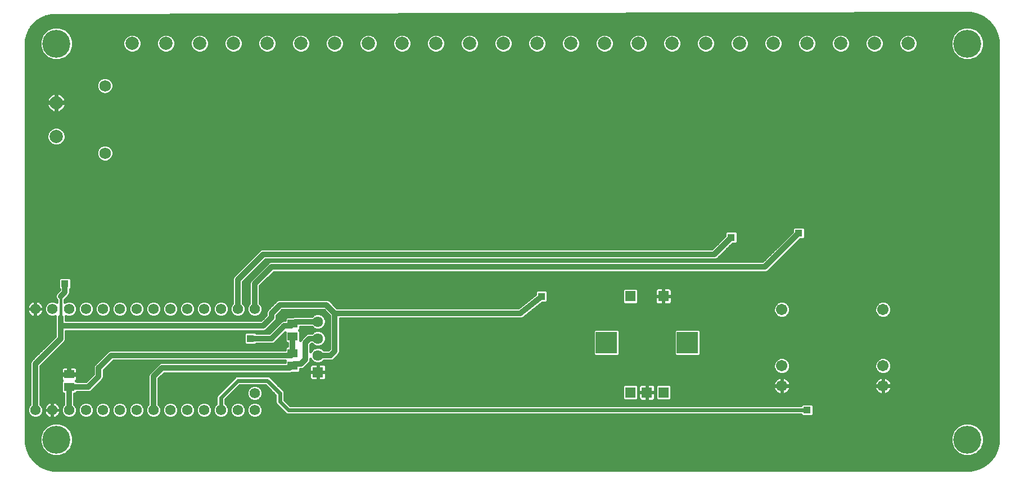
<source format=gbl>
G75*
%MOIN*%
%OFA0B0*%
%FSLAX24Y24*%
%IPPOS*%
%LPD*%
%AMOC8*
5,1,8,0,0,1.08239X$1,22.5*
%
%ADD10C,0.0673*%
%ADD11C,0.0620*%
%ADD12R,0.0591X0.0512*%
%ADD13R,0.0634X0.0634*%
%ADD14C,0.0634*%
%ADD15R,0.1266X0.1266*%
%ADD16C,0.0787*%
%ADD17C,0.0680*%
%ADD18C,0.0160*%
%ADD19C,0.0320*%
%ADD20C,0.0240*%
%ADD21R,0.0436X0.0436*%
%ADD22C,0.1660*%
D10*
X045180Y005371D03*
X045180Y006552D03*
X051180Y006552D03*
X051180Y005371D03*
X051180Y009899D03*
X045180Y009899D03*
D11*
X013930Y009930D03*
X012930Y009930D03*
X011930Y009930D03*
X010930Y009930D03*
X009930Y009930D03*
X008930Y009930D03*
X007930Y009930D03*
X006930Y009930D03*
X005930Y009930D03*
X004930Y009930D03*
X003930Y009930D03*
X002930Y009930D03*
X001930Y009930D03*
X000930Y009930D03*
X000930Y003930D03*
X001930Y003930D03*
X002930Y003930D03*
X003930Y003930D03*
X004930Y003930D03*
X005930Y003930D03*
X006930Y003930D03*
X007930Y003930D03*
X008930Y003930D03*
X009930Y003930D03*
X010930Y003930D03*
X011930Y003930D03*
X012930Y003930D03*
X013930Y003930D03*
X013930Y004930D03*
D12*
X016180Y006556D03*
X016180Y007304D03*
X016180Y008306D03*
X016180Y009054D03*
X002930Y006054D03*
X002930Y005306D03*
D13*
X017680Y006180D03*
X036196Y004977D03*
X037180Y004977D03*
X038164Y004977D03*
X038164Y010686D03*
X036196Y010686D03*
D14*
X017680Y009180D03*
X017680Y008180D03*
X017680Y007180D03*
D15*
X034778Y007930D03*
X039582Y007930D03*
D16*
X038672Y025690D03*
X040672Y025690D03*
X042672Y025690D03*
X044672Y025690D03*
X046672Y025690D03*
X048672Y025690D03*
X050672Y025690D03*
X052672Y025690D03*
X036672Y025690D03*
X034672Y025690D03*
X032672Y025690D03*
X030672Y025690D03*
X028672Y025690D03*
X026672Y025690D03*
X024672Y025690D03*
X022672Y025690D03*
X020672Y025690D03*
X018672Y025690D03*
X016672Y025690D03*
X014672Y025690D03*
X012672Y025690D03*
X010672Y025690D03*
X008672Y025690D03*
X006672Y025690D03*
X002170Y022172D03*
X002170Y020172D03*
D17*
X005055Y019180D03*
X005055Y023180D03*
D18*
X000893Y000893D02*
X001212Y000639D01*
X001579Y000462D01*
X001976Y000371D01*
X002180Y000360D01*
X056180Y000360D01*
X056384Y000371D01*
X056781Y000462D01*
X057148Y000639D01*
X057467Y000893D01*
X057721Y001212D01*
X057898Y001579D01*
X057989Y001976D01*
X058000Y002180D01*
X058000Y025676D01*
X057989Y025880D01*
X057898Y026277D01*
X057720Y026645D01*
X057465Y026964D01*
X057146Y027218D01*
X056778Y027394D01*
X056380Y027484D01*
X056176Y027496D01*
X056156Y027495D01*
X002070Y027374D01*
X002046Y027374D01*
X001826Y027359D01*
X001401Y027245D01*
X001019Y027024D01*
X000708Y026712D01*
X000488Y026330D01*
X000374Y025904D01*
X000360Y025684D01*
X000360Y002180D01*
X000371Y001976D01*
X000462Y001579D01*
X000639Y001212D01*
X000893Y000893D01*
X000830Y000973D02*
X057530Y000973D01*
X057657Y001131D02*
X000703Y001131D01*
X000601Y001290D02*
X001743Y001290D01*
X001619Y001341D02*
X001983Y001190D01*
X002377Y001190D01*
X002741Y001341D01*
X003019Y001619D01*
X003170Y001983D01*
X003170Y002377D01*
X003019Y002741D01*
X002741Y003019D01*
X002377Y003170D01*
X001983Y003170D01*
X001619Y003019D01*
X001341Y002741D01*
X001190Y002377D01*
X001190Y001983D01*
X001341Y001619D01*
X001619Y001341D01*
X001512Y001448D02*
X000525Y001448D01*
X000456Y001607D02*
X001354Y001607D01*
X001280Y001765D02*
X000420Y001765D01*
X000383Y001924D02*
X001215Y001924D01*
X001190Y002082D02*
X000366Y002082D01*
X000360Y002241D02*
X001190Y002241D01*
X001199Y002399D02*
X000360Y002399D01*
X000360Y002558D02*
X001265Y002558D01*
X001331Y002716D02*
X000360Y002716D01*
X000360Y002875D02*
X001475Y002875D01*
X001653Y003033D02*
X000360Y003033D01*
X000360Y003192D02*
X058000Y003192D01*
X058000Y003350D02*
X000360Y003350D01*
X000360Y003509D02*
X000719Y003509D01*
X000664Y003532D02*
X000837Y003460D01*
X001023Y003460D01*
X001196Y003532D01*
X001328Y003664D01*
X001400Y003837D01*
X001400Y004023D01*
X001328Y004196D01*
X001250Y004275D01*
X001250Y006547D01*
X002701Y007999D01*
X002750Y008116D01*
X002750Y008610D01*
X014494Y008610D01*
X014611Y008659D01*
X014701Y008749D01*
X015201Y009249D01*
X015250Y009366D01*
X015250Y009547D01*
X015563Y009860D01*
X018047Y009860D01*
X018360Y009547D01*
X018360Y007563D01*
X018297Y007500D01*
X018034Y007500D01*
X017950Y007584D01*
X017775Y007657D01*
X017585Y007657D01*
X017410Y007584D01*
X017276Y007450D01*
X017250Y007388D01*
X017250Y007797D01*
X017313Y007860D01*
X017326Y007860D01*
X017410Y007776D01*
X017585Y007703D01*
X017775Y007703D01*
X017950Y007776D01*
X018084Y007910D01*
X018157Y008085D01*
X018157Y008275D01*
X018084Y008450D01*
X017950Y008584D01*
X017775Y008657D01*
X017585Y008657D01*
X017410Y008584D01*
X017326Y008500D01*
X017116Y008500D01*
X016999Y008451D01*
X016749Y008201D01*
X016659Y008111D01*
X016635Y008055D01*
X016635Y008628D01*
X016583Y008680D01*
X016635Y008732D01*
X016635Y008860D01*
X017326Y008860D01*
X017410Y008776D01*
X017585Y008703D01*
X017775Y008703D01*
X017950Y008776D01*
X018084Y008910D01*
X018157Y009085D01*
X018157Y009275D01*
X018084Y009450D01*
X017950Y009584D01*
X017775Y009657D01*
X017585Y009657D01*
X017410Y009584D01*
X017326Y009500D01*
X016367Y009500D01*
X016325Y009506D01*
X016304Y009500D01*
X016282Y009500D01*
X016243Y009484D01*
X016202Y009473D01*
X016198Y009470D01*
X015818Y009470D01*
X015725Y009376D01*
X015725Y009250D01*
X015616Y009250D01*
X015499Y009201D01*
X015409Y009111D01*
X014797Y008500D01*
X014022Y008500D01*
X013964Y008558D01*
X013396Y008558D01*
X013302Y008464D01*
X013302Y007896D01*
X013396Y007802D01*
X013964Y007802D01*
X014022Y007860D01*
X014994Y007860D01*
X015111Y007909D01*
X015725Y008522D01*
X015725Y007984D01*
X015818Y007890D01*
X015860Y007890D01*
X015860Y007720D01*
X015818Y007720D01*
X015725Y007626D01*
X015725Y007500D01*
X005366Y007500D01*
X005249Y007451D01*
X005159Y007361D01*
X004409Y006611D01*
X004360Y006494D01*
X004360Y006063D01*
X003923Y005626D01*
X003385Y005626D01*
X003385Y005628D01*
X003348Y005666D01*
X003369Y005688D01*
X003393Y005729D01*
X003405Y005774D01*
X003405Y006006D01*
X002978Y006006D01*
X002978Y006102D01*
X003405Y006102D01*
X003405Y006334D01*
X003393Y006379D01*
X003369Y006420D01*
X003336Y006454D01*
X003295Y006478D01*
X003249Y006490D01*
X002978Y006490D01*
X002978Y006102D01*
X002882Y006102D01*
X002882Y006006D01*
X002455Y006006D01*
X002455Y005774D01*
X002467Y005729D01*
X002491Y005688D01*
X002512Y005666D01*
X002475Y005628D01*
X002475Y004984D01*
X002568Y004890D01*
X002610Y004890D01*
X002610Y004275D01*
X002532Y004196D01*
X002460Y004023D01*
X002460Y003837D01*
X002532Y003664D01*
X002664Y003532D01*
X002837Y003460D01*
X003023Y003460D01*
X003196Y003532D01*
X003328Y003664D01*
X003400Y003837D01*
X003400Y004023D01*
X003328Y004196D01*
X003250Y004275D01*
X003250Y004890D01*
X003292Y004890D01*
X003385Y004984D01*
X003385Y004986D01*
X004120Y004986D01*
X004237Y005035D01*
X004861Y005659D01*
X004951Y005749D01*
X005000Y005866D01*
X005000Y006297D01*
X005563Y006860D01*
X015725Y006860D01*
X015725Y006750D01*
X008366Y006750D01*
X008249Y006701D01*
X008159Y006611D01*
X007659Y006111D01*
X007610Y005994D01*
X007610Y004275D01*
X007532Y004196D01*
X007460Y004023D01*
X007460Y003837D01*
X007532Y003664D01*
X007664Y003532D01*
X007837Y003460D01*
X008023Y003460D01*
X008196Y003532D01*
X008328Y003664D01*
X008400Y003837D01*
X008400Y004023D01*
X008328Y004196D01*
X008250Y004275D01*
X008250Y005797D01*
X008563Y006110D01*
X015993Y006110D01*
X016035Y006104D01*
X016056Y006110D01*
X016078Y006110D01*
X016117Y006126D01*
X016158Y006137D01*
X016162Y006140D01*
X016542Y006140D01*
X016635Y006234D01*
X016635Y006360D01*
X016744Y006360D01*
X016861Y006409D01*
X016951Y006499D01*
X017201Y006749D01*
X017250Y006866D01*
X017250Y006972D01*
X017276Y006910D01*
X017410Y006776D01*
X017585Y006703D01*
X017775Y006703D01*
X017950Y006776D01*
X018034Y006860D01*
X018494Y006860D01*
X018611Y006909D01*
X018861Y007159D01*
X018951Y007249D01*
X019000Y007366D01*
X019000Y009360D01*
X029662Y009360D01*
X029708Y009355D01*
X029725Y009360D01*
X029744Y009360D01*
X029786Y009378D01*
X029830Y009390D01*
X029844Y009402D01*
X029861Y009409D01*
X029894Y009441D01*
X030970Y010302D01*
X031214Y010302D01*
X031308Y010396D01*
X031308Y010964D01*
X031214Y011058D01*
X030646Y011058D01*
X030552Y010964D01*
X030552Y010787D01*
X029568Y010000D01*
X018813Y010000D01*
X018361Y010451D01*
X018244Y010500D01*
X015366Y010500D01*
X015249Y010451D01*
X014749Y009951D01*
X014659Y009861D01*
X014610Y009744D01*
X014610Y009563D01*
X014297Y009250D01*
X002750Y009250D01*
X002750Y009494D01*
X002749Y009496D01*
X002837Y009460D01*
X003023Y009460D01*
X003196Y009532D01*
X003328Y009664D01*
X003400Y009837D01*
X003400Y010023D01*
X003328Y010196D01*
X003196Y010328D01*
X003023Y010400D01*
X002837Y010400D01*
X002670Y010331D01*
X002670Y010467D01*
X002861Y010659D01*
X002951Y010749D01*
X003000Y010866D01*
X003000Y011088D01*
X003058Y011146D01*
X003058Y011714D01*
X002964Y011808D01*
X002396Y011808D01*
X002302Y011714D01*
X002302Y011146D01*
X002360Y011088D01*
X002360Y011063D01*
X002159Y010861D01*
X002110Y010744D01*
X002110Y010616D01*
X002159Y010499D01*
X002190Y010467D01*
X002190Y010331D01*
X002023Y010400D01*
X001837Y010400D01*
X001664Y010328D01*
X001532Y010196D01*
X001460Y010023D01*
X001460Y009837D01*
X001532Y009664D01*
X001664Y009532D01*
X001837Y009460D01*
X002023Y009460D01*
X002111Y009496D01*
X002110Y009494D01*
X002110Y008313D01*
X000749Y006951D01*
X000659Y006861D01*
X000610Y006744D01*
X000610Y004275D01*
X000532Y004196D01*
X000460Y004023D01*
X000460Y003837D01*
X000532Y003664D01*
X000664Y003532D01*
X000530Y003667D02*
X000360Y003667D01*
X000360Y003826D02*
X000465Y003826D01*
X000460Y003984D02*
X000360Y003984D01*
X000360Y004143D02*
X000509Y004143D01*
X000610Y004301D02*
X000360Y004301D01*
X000360Y004460D02*
X000610Y004460D01*
X000610Y004618D02*
X000360Y004618D01*
X000360Y004777D02*
X000610Y004777D01*
X000610Y004935D02*
X000360Y004935D01*
X000360Y005094D02*
X000610Y005094D01*
X000610Y005252D02*
X000360Y005252D01*
X000360Y005411D02*
X000610Y005411D01*
X000610Y005569D02*
X000360Y005569D01*
X000360Y005728D02*
X000610Y005728D01*
X000610Y005886D02*
X000360Y005886D01*
X000360Y006045D02*
X000610Y006045D01*
X000610Y006203D02*
X000360Y006203D01*
X000360Y006362D02*
X000610Y006362D01*
X000610Y006520D02*
X000360Y006520D01*
X000360Y006679D02*
X000610Y006679D01*
X000649Y006837D02*
X000360Y006837D01*
X000360Y006996D02*
X000793Y006996D01*
X000749Y006951D02*
X000749Y006951D01*
X000951Y007154D02*
X000360Y007154D01*
X000360Y007313D02*
X001110Y007313D01*
X001268Y007471D02*
X000360Y007471D01*
X000360Y007630D02*
X001427Y007630D01*
X001585Y007788D02*
X000360Y007788D01*
X000360Y007947D02*
X001744Y007947D01*
X001902Y008105D02*
X000360Y008105D01*
X000360Y008264D02*
X002061Y008264D01*
X002110Y008422D02*
X000360Y008422D01*
X000360Y008581D02*
X002110Y008581D01*
X002110Y008739D02*
X000360Y008739D01*
X000360Y008898D02*
X002110Y008898D01*
X002110Y009056D02*
X000360Y009056D01*
X000360Y009215D02*
X002110Y009215D01*
X002110Y009373D02*
X000360Y009373D01*
X000360Y009532D02*
X000645Y009532D01*
X000673Y009511D02*
X000742Y009476D01*
X000815Y009452D01*
X000891Y009440D01*
X000915Y009440D01*
X000915Y009915D01*
X000440Y009915D01*
X000440Y009891D01*
X000452Y009815D01*
X000476Y009742D01*
X000511Y009673D01*
X000556Y009611D01*
X000611Y009556D01*
X000673Y009511D01*
X000915Y009532D02*
X000945Y009532D01*
X000945Y009440D02*
X000969Y009440D01*
X001045Y009452D01*
X001118Y009476D01*
X001187Y009511D01*
X001249Y009556D01*
X001304Y009611D01*
X001349Y009673D01*
X001384Y009742D01*
X001408Y009815D01*
X001420Y009891D01*
X001420Y009915D01*
X000945Y009915D01*
X000945Y009945D01*
X000915Y009945D01*
X000915Y010420D01*
X000891Y010420D01*
X000815Y010408D01*
X000742Y010384D01*
X000673Y010349D01*
X000611Y010304D01*
X000556Y010249D01*
X000511Y010187D01*
X000476Y010118D01*
X000452Y010045D01*
X000440Y009969D01*
X000440Y009945D01*
X000915Y009945D01*
X000915Y009915D01*
X000945Y009915D01*
X000945Y009440D01*
X000945Y009690D02*
X000915Y009690D01*
X000915Y009849D02*
X000945Y009849D01*
X000945Y009945D02*
X001420Y009945D01*
X001420Y009969D01*
X001408Y010045D01*
X001384Y010118D01*
X001349Y010187D01*
X001304Y010249D01*
X001249Y010304D01*
X001187Y010349D01*
X001118Y010384D01*
X001045Y010408D01*
X000969Y010420D01*
X000945Y010420D01*
X000945Y009945D01*
X000945Y010007D02*
X000915Y010007D01*
X000915Y010166D02*
X000945Y010166D01*
X000945Y010324D02*
X000915Y010324D01*
X000639Y010324D02*
X000360Y010324D01*
X000360Y010166D02*
X000500Y010166D01*
X000446Y010007D02*
X000360Y010007D01*
X000360Y009849D02*
X000447Y009849D01*
X000502Y009690D02*
X000360Y009690D01*
X001215Y009532D02*
X001664Y009532D01*
X001521Y009690D02*
X001358Y009690D01*
X001413Y009849D02*
X001460Y009849D01*
X001460Y010007D02*
X001414Y010007D01*
X001360Y010166D02*
X001519Y010166D01*
X001659Y010324D02*
X001221Y010324D01*
X000360Y010483D02*
X002175Y010483D01*
X002110Y010641D02*
X000360Y010641D01*
X000360Y010800D02*
X002133Y010800D01*
X002255Y010958D02*
X000360Y010958D01*
X000360Y011117D02*
X002331Y011117D01*
X002302Y011275D02*
X000360Y011275D01*
X000360Y011434D02*
X002302Y011434D01*
X002302Y011592D02*
X000360Y011592D01*
X000360Y011751D02*
X002338Y011751D01*
X003022Y011751D02*
X012613Y011751D01*
X012610Y011744D02*
X012610Y010275D01*
X012532Y010196D01*
X012460Y010023D01*
X012460Y009837D01*
X012532Y009664D01*
X012664Y009532D01*
X012837Y009460D01*
X013023Y009460D01*
X013196Y009532D01*
X013328Y009664D01*
X013400Y009837D01*
X013400Y010023D01*
X013328Y010196D01*
X013250Y010275D01*
X013250Y011547D01*
X014563Y012860D01*
X041244Y012860D01*
X044157Y012860D01*
X044047Y012750D02*
X014866Y012750D01*
X014749Y012701D01*
X014659Y012611D01*
X013659Y011611D01*
X013610Y011494D01*
X013610Y010275D01*
X013532Y010196D01*
X013460Y010023D01*
X013460Y009837D01*
X013532Y009664D01*
X013664Y009532D01*
X013837Y009460D01*
X014023Y009460D01*
X014196Y009532D01*
X014328Y009664D01*
X014400Y009837D01*
X014400Y010023D01*
X014328Y010196D01*
X014250Y010275D01*
X014250Y011297D01*
X015063Y012110D01*
X044244Y012110D01*
X044361Y012159D01*
X046254Y014052D01*
X046464Y014052D01*
X046558Y014146D01*
X046558Y014714D01*
X046464Y014808D01*
X045896Y014808D01*
X045802Y014714D01*
X045802Y014504D01*
X044047Y012750D01*
X044316Y013019D02*
X041471Y013019D01*
X041361Y012909D02*
X042254Y013802D01*
X042464Y013802D01*
X042558Y013896D01*
X042558Y014464D01*
X042464Y014558D01*
X041896Y014558D01*
X041802Y014464D01*
X041802Y014254D01*
X041047Y013500D01*
X014366Y013500D01*
X014249Y013451D01*
X014159Y013361D01*
X012659Y011861D01*
X012610Y011744D01*
X012610Y011592D02*
X003058Y011592D01*
X003058Y011434D02*
X012610Y011434D01*
X012610Y011275D02*
X003058Y011275D01*
X003029Y011117D02*
X012610Y011117D01*
X012610Y010958D02*
X003000Y010958D01*
X002972Y010800D02*
X012610Y010800D01*
X012610Y010641D02*
X002844Y010641D01*
X002685Y010483D02*
X012610Y010483D01*
X012610Y010324D02*
X012201Y010324D01*
X012196Y010328D02*
X012023Y010400D01*
X011837Y010400D01*
X011664Y010328D01*
X011532Y010196D01*
X011460Y010023D01*
X011460Y009837D01*
X011532Y009664D01*
X011664Y009532D01*
X011837Y009460D01*
X012023Y009460D01*
X012196Y009532D01*
X012328Y009664D01*
X012400Y009837D01*
X012400Y010023D01*
X012328Y010196D01*
X012196Y010328D01*
X012341Y010166D02*
X012519Y010166D01*
X012460Y010007D02*
X012400Y010007D01*
X012400Y009849D02*
X012460Y009849D01*
X012521Y009690D02*
X012339Y009690D01*
X012196Y009532D02*
X012664Y009532D01*
X013196Y009532D02*
X013664Y009532D01*
X013521Y009690D02*
X013339Y009690D01*
X013400Y009849D02*
X013460Y009849D01*
X013460Y010007D02*
X013400Y010007D01*
X013341Y010166D02*
X013519Y010166D01*
X013610Y010324D02*
X013250Y010324D01*
X013250Y010483D02*
X013610Y010483D01*
X013610Y010641D02*
X013250Y010641D01*
X013250Y010800D02*
X013610Y010800D01*
X013610Y010958D02*
X013250Y010958D01*
X013250Y011117D02*
X013610Y011117D01*
X013610Y011275D02*
X013250Y011275D01*
X013250Y011434D02*
X013610Y011434D01*
X013651Y011592D02*
X013295Y011592D01*
X013453Y011751D02*
X013798Y011751D01*
X013956Y011909D02*
X013612Y011909D01*
X013770Y012068D02*
X014115Y012068D01*
X014273Y012226D02*
X013929Y012226D01*
X014087Y012385D02*
X014432Y012385D01*
X014590Y012543D02*
X014246Y012543D01*
X014404Y012702D02*
X014749Y012702D01*
X014659Y012611D02*
X014659Y012611D01*
X015020Y012068D02*
X058000Y012068D01*
X058000Y012226D02*
X044429Y012226D01*
X044587Y012385D02*
X058000Y012385D01*
X058000Y012543D02*
X044746Y012543D01*
X044904Y012702D02*
X058000Y012702D01*
X058000Y012860D02*
X045063Y012860D01*
X045221Y013019D02*
X058000Y013019D01*
X058000Y013177D02*
X045380Y013177D01*
X045538Y013336D02*
X058000Y013336D01*
X058000Y013494D02*
X045697Y013494D01*
X045855Y013653D02*
X058000Y013653D01*
X058000Y013811D02*
X046014Y013811D01*
X046172Y013970D02*
X058000Y013970D01*
X058000Y014128D02*
X046541Y014128D01*
X046558Y014287D02*
X058000Y014287D01*
X058000Y014445D02*
X046558Y014445D01*
X046558Y014604D02*
X058000Y014604D01*
X058000Y014762D02*
X046510Y014762D01*
X045850Y014762D02*
X000360Y014762D01*
X000360Y014604D02*
X045802Y014604D01*
X045742Y014445D02*
X042558Y014445D01*
X042558Y014287D02*
X045584Y014287D01*
X045425Y014128D02*
X042558Y014128D01*
X042558Y013970D02*
X045267Y013970D01*
X045108Y013811D02*
X042474Y013811D01*
X042105Y013653D02*
X044950Y013653D01*
X044791Y013494D02*
X041947Y013494D01*
X041788Y013336D02*
X044633Y013336D01*
X044474Y013177D02*
X041630Y013177D01*
X041361Y012909D02*
X041244Y012860D01*
X041200Y013653D02*
X000360Y013653D01*
X000360Y013811D02*
X041358Y013811D01*
X041517Y013970D02*
X000360Y013970D01*
X000360Y014128D02*
X041675Y014128D01*
X041802Y014287D02*
X000360Y014287D01*
X000360Y014445D02*
X041802Y014445D01*
X038592Y011147D02*
X038551Y011170D01*
X038505Y011183D01*
X038183Y011183D01*
X038183Y010704D01*
X038661Y010704D01*
X038661Y011026D01*
X038649Y011072D01*
X038625Y011113D01*
X038592Y011147D01*
X038622Y011117D02*
X058000Y011117D01*
X058000Y011275D02*
X014250Y011275D01*
X014250Y011117D02*
X035766Y011117D01*
X035813Y011163D02*
X035719Y011069D01*
X035719Y010303D01*
X035813Y010209D01*
X036579Y010209D01*
X036673Y010303D01*
X036673Y011069D01*
X036579Y011163D01*
X035813Y011163D01*
X035719Y010958D02*
X031308Y010958D01*
X031308Y010800D02*
X035719Y010800D01*
X035719Y010641D02*
X031308Y010641D01*
X031308Y010483D02*
X035719Y010483D01*
X035719Y010324D02*
X031237Y010324D01*
X030799Y010166D02*
X044753Y010166D01*
X044759Y010180D02*
X044683Y009997D01*
X044683Y009800D01*
X044759Y009617D01*
X044899Y009478D01*
X045081Y009402D01*
X045279Y009402D01*
X045461Y009478D01*
X045601Y009617D01*
X045677Y009800D01*
X045677Y009997D01*
X045601Y010180D01*
X045461Y010319D01*
X045279Y010395D01*
X045081Y010395D01*
X044899Y010319D01*
X044759Y010180D01*
X044688Y010007D02*
X030601Y010007D01*
X030403Y009849D02*
X044683Y009849D01*
X044729Y009690D02*
X030205Y009690D01*
X030007Y009532D02*
X044845Y009532D01*
X045515Y009532D02*
X050845Y009532D01*
X050899Y009478D02*
X051081Y009402D01*
X051279Y009402D01*
X051461Y009478D01*
X051601Y009617D01*
X051677Y009800D01*
X051677Y009997D01*
X051601Y010180D01*
X051461Y010319D01*
X051279Y010395D01*
X051081Y010395D01*
X050899Y010319D01*
X050759Y010180D01*
X050683Y009997D01*
X050683Y009800D01*
X050759Y009617D01*
X050899Y009478D01*
X050729Y009690D02*
X045631Y009690D01*
X045677Y009849D02*
X050683Y009849D01*
X050688Y010007D02*
X045672Y010007D01*
X045607Y010166D02*
X050753Y010166D01*
X050910Y010324D02*
X045450Y010324D01*
X044910Y010324D02*
X038655Y010324D01*
X038661Y010345D02*
X038661Y010667D01*
X038183Y010667D01*
X038183Y010704D01*
X038146Y010704D01*
X038146Y010667D01*
X038183Y010667D01*
X038183Y010189D01*
X038505Y010189D01*
X038551Y010201D01*
X038592Y010225D01*
X038625Y010259D01*
X038649Y010300D01*
X038661Y010345D01*
X038661Y010483D02*
X058000Y010483D01*
X058000Y010641D02*
X038661Y010641D01*
X038661Y010800D02*
X058000Y010800D01*
X058000Y010958D02*
X038661Y010958D01*
X038183Y010958D02*
X038146Y010958D01*
X038146Y010800D02*
X038183Y010800D01*
X038146Y010704D02*
X038146Y011183D01*
X037824Y011183D01*
X037778Y011170D01*
X037737Y011147D01*
X037703Y011113D01*
X037680Y011072D01*
X037667Y011026D01*
X037667Y010704D01*
X038146Y010704D01*
X038146Y010667D02*
X037667Y010667D01*
X037667Y010345D01*
X037680Y010300D01*
X037703Y010259D01*
X037737Y010225D01*
X037778Y010201D01*
X037824Y010189D01*
X038146Y010189D01*
X038146Y010667D01*
X038146Y010641D02*
X038183Y010641D01*
X038183Y010483D02*
X038146Y010483D01*
X038146Y010324D02*
X038183Y010324D01*
X037673Y010324D02*
X036673Y010324D01*
X036673Y010483D02*
X037667Y010483D01*
X037667Y010641D02*
X036673Y010641D01*
X036673Y010800D02*
X037667Y010800D01*
X037667Y010958D02*
X036673Y010958D01*
X036625Y011117D02*
X037707Y011117D01*
X038146Y011117D02*
X038183Y011117D01*
X038882Y008723D02*
X038789Y008629D01*
X038789Y007231D01*
X038882Y007137D01*
X040281Y007137D01*
X040375Y007231D01*
X040375Y008629D01*
X040281Y008723D01*
X038882Y008723D01*
X038789Y008581D02*
X035571Y008581D01*
X035571Y008629D02*
X035478Y008723D01*
X034079Y008723D01*
X033985Y008629D01*
X033985Y007231D01*
X034079Y007137D01*
X035478Y007137D01*
X035571Y007231D01*
X035571Y008629D01*
X035571Y008422D02*
X038789Y008422D01*
X038789Y008264D02*
X035571Y008264D01*
X035571Y008105D02*
X038789Y008105D01*
X038789Y007947D02*
X035571Y007947D01*
X035571Y007788D02*
X038789Y007788D01*
X038789Y007630D02*
X035571Y007630D01*
X035571Y007471D02*
X038789Y007471D01*
X038789Y007313D02*
X035571Y007313D01*
X035495Y007154D02*
X038865Y007154D01*
X040298Y007154D02*
X058000Y007154D01*
X058000Y006996D02*
X051407Y006996D01*
X051461Y006973D02*
X051279Y007049D01*
X051081Y007049D01*
X050899Y006973D01*
X050759Y006833D01*
X050683Y006651D01*
X050683Y006453D01*
X050759Y006271D01*
X050899Y006131D01*
X051081Y006056D01*
X051279Y006056D01*
X051461Y006131D01*
X051601Y006271D01*
X051677Y006453D01*
X051677Y006651D01*
X051601Y006833D01*
X051461Y006973D01*
X051597Y006837D02*
X058000Y006837D01*
X058000Y006679D02*
X051665Y006679D01*
X051677Y006520D02*
X058000Y006520D01*
X058000Y006362D02*
X051639Y006362D01*
X051533Y006203D02*
X058000Y006203D01*
X058000Y006045D02*
X018177Y006045D01*
X018177Y006162D02*
X017698Y006162D01*
X017698Y006198D01*
X018177Y006198D01*
X018177Y006521D01*
X018165Y006566D01*
X018141Y006607D01*
X018107Y006641D01*
X018066Y006665D01*
X018021Y006677D01*
X017698Y006677D01*
X017698Y006198D01*
X017662Y006198D01*
X017662Y006162D01*
X017698Y006162D01*
X017698Y005683D01*
X018021Y005683D01*
X018066Y005695D01*
X018107Y005719D01*
X018141Y005753D01*
X018165Y005794D01*
X018177Y005839D01*
X018177Y006162D01*
X018177Y006203D02*
X044827Y006203D01*
X044759Y006271D02*
X044899Y006131D01*
X045081Y006056D01*
X045279Y006056D01*
X045461Y006131D01*
X045601Y006271D01*
X045677Y006453D01*
X045677Y006651D01*
X045601Y006833D01*
X045461Y006973D01*
X045279Y007049D01*
X045081Y007049D01*
X044899Y006973D01*
X044759Y006833D01*
X044683Y006651D01*
X044683Y006453D01*
X044759Y006271D01*
X044721Y006362D02*
X018177Y006362D01*
X018177Y006520D02*
X044683Y006520D01*
X044695Y006679D02*
X017131Y006679D01*
X017219Y006607D02*
X017195Y006566D01*
X017183Y006521D01*
X017183Y006198D01*
X017662Y006198D01*
X017662Y006677D01*
X017339Y006677D01*
X017294Y006665D01*
X017253Y006641D01*
X017219Y006607D01*
X017183Y006520D02*
X016973Y006520D01*
X017183Y006362D02*
X016747Y006362D01*
X016604Y006203D02*
X017183Y006203D01*
X017183Y006162D02*
X017183Y005839D01*
X017195Y005794D01*
X017219Y005753D01*
X017253Y005719D01*
X017294Y005695D01*
X017339Y005683D01*
X017662Y005683D01*
X017662Y006162D01*
X017183Y006162D01*
X017183Y006045D02*
X008497Y006045D01*
X008339Y005886D02*
X012740Y005886D01*
X012771Y005917D02*
X012693Y005839D01*
X011693Y004839D01*
X011650Y004736D01*
X011650Y004315D01*
X011532Y004196D01*
X011460Y004023D01*
X011460Y003837D01*
X011532Y003664D01*
X011664Y003532D01*
X011837Y003460D01*
X012023Y003460D01*
X012196Y003532D01*
X012328Y003664D01*
X012400Y003837D01*
X012400Y004023D01*
X012328Y004196D01*
X012210Y004315D01*
X012210Y004564D01*
X013046Y005400D01*
X014564Y005400D01*
X015150Y004814D01*
X015150Y004374D01*
X015193Y004271D01*
X015693Y003771D01*
X015771Y003693D01*
X015874Y003650D01*
X046302Y003650D01*
X046302Y003646D01*
X046396Y003552D01*
X046964Y003552D01*
X047058Y003646D01*
X047058Y004214D01*
X046964Y004308D01*
X046396Y004308D01*
X046302Y004214D01*
X046302Y004210D01*
X016046Y004210D01*
X015710Y004546D01*
X015710Y004986D01*
X015667Y005089D01*
X015589Y005167D01*
X014839Y005917D01*
X014736Y005960D01*
X012874Y005960D01*
X012771Y005917D01*
X012582Y005728D02*
X008250Y005728D01*
X008250Y005569D02*
X012423Y005569D01*
X012265Y005411D02*
X008250Y005411D01*
X008250Y005252D02*
X012106Y005252D01*
X011948Y005094D02*
X008250Y005094D01*
X008250Y004935D02*
X011789Y004935D01*
X011667Y004777D02*
X008250Y004777D01*
X008250Y004618D02*
X011650Y004618D01*
X011650Y004460D02*
X008250Y004460D01*
X008250Y004301D02*
X008636Y004301D01*
X008664Y004328D02*
X008532Y004196D01*
X008460Y004023D01*
X008460Y003837D01*
X008532Y003664D01*
X008664Y003532D01*
X008837Y003460D01*
X009023Y003460D01*
X009196Y003532D01*
X009328Y003664D01*
X009400Y003837D01*
X009400Y004023D01*
X009328Y004196D01*
X009196Y004328D01*
X009023Y004400D01*
X008837Y004400D01*
X008664Y004328D01*
X008509Y004143D02*
X008351Y004143D01*
X008400Y003984D02*
X008460Y003984D01*
X008465Y003826D02*
X008395Y003826D01*
X008330Y003667D02*
X008530Y003667D01*
X008719Y003509D02*
X008141Y003509D01*
X007719Y003509D02*
X007141Y003509D01*
X007196Y003532D02*
X007328Y003664D01*
X007400Y003837D01*
X007400Y004023D01*
X007328Y004196D01*
X007196Y004328D01*
X007023Y004400D01*
X006837Y004400D01*
X006664Y004328D01*
X006532Y004196D01*
X006460Y004023D01*
X006460Y003837D01*
X006532Y003664D01*
X006664Y003532D01*
X006837Y003460D01*
X007023Y003460D01*
X007196Y003532D01*
X007330Y003667D02*
X007530Y003667D01*
X007465Y003826D02*
X007395Y003826D01*
X007400Y003984D02*
X007460Y003984D01*
X007509Y004143D02*
X007351Y004143D01*
X007224Y004301D02*
X007610Y004301D01*
X007610Y004460D02*
X003250Y004460D01*
X003250Y004618D02*
X007610Y004618D01*
X007610Y004777D02*
X003250Y004777D01*
X003336Y004935D02*
X007610Y004935D01*
X007610Y005094D02*
X004296Y005094D01*
X004455Y005252D02*
X007610Y005252D01*
X007610Y005411D02*
X004613Y005411D01*
X004772Y005569D02*
X007610Y005569D01*
X007610Y005728D02*
X004930Y005728D01*
X005000Y005886D02*
X007610Y005886D01*
X007631Y006045D02*
X005000Y006045D01*
X005000Y006203D02*
X007750Y006203D01*
X007909Y006362D02*
X005064Y006362D01*
X005223Y006520D02*
X008067Y006520D01*
X008226Y006679D02*
X005381Y006679D01*
X005540Y006837D02*
X015725Y006837D01*
X015728Y007630D02*
X002332Y007630D01*
X002491Y007788D02*
X015860Y007788D01*
X015762Y007947D02*
X015149Y007947D01*
X015308Y008105D02*
X015725Y008105D01*
X015725Y008264D02*
X015466Y008264D01*
X015625Y008422D02*
X015725Y008422D01*
X015195Y008898D02*
X014850Y008898D01*
X015009Y009056D02*
X015353Y009056D01*
X015531Y009215D02*
X015167Y009215D01*
X015250Y009373D02*
X015725Y009373D01*
X015393Y009690D02*
X018217Y009690D01*
X018360Y009532D02*
X018003Y009532D01*
X018116Y009373D02*
X018360Y009373D01*
X018360Y009215D02*
X018157Y009215D01*
X018145Y009056D02*
X018360Y009056D01*
X018360Y008898D02*
X018072Y008898D01*
X017861Y008739D02*
X018360Y008739D01*
X018360Y008581D02*
X017954Y008581D01*
X018096Y008422D02*
X018360Y008422D01*
X018360Y008264D02*
X018157Y008264D01*
X018157Y008105D02*
X018360Y008105D01*
X018360Y007947D02*
X018099Y007947D01*
X017962Y007788D02*
X018360Y007788D01*
X018360Y007630D02*
X017841Y007630D01*
X017519Y007630D02*
X017250Y007630D01*
X017250Y007788D02*
X017398Y007788D01*
X017297Y007471D02*
X017250Y007471D01*
X017238Y006837D02*
X017349Y006837D01*
X017662Y006520D02*
X017698Y006520D01*
X017698Y006362D02*
X017662Y006362D01*
X017662Y006203D02*
X017698Y006203D01*
X017698Y006045D02*
X017662Y006045D01*
X017662Y005886D02*
X017698Y005886D01*
X017698Y005728D02*
X017662Y005728D01*
X017244Y005728D02*
X015028Y005728D01*
X014870Y005886D02*
X017183Y005886D01*
X018116Y005728D02*
X044806Y005728D01*
X044786Y005707D02*
X044738Y005642D01*
X044701Y005569D01*
X015187Y005569D01*
X015345Y005411D02*
X035769Y005411D01*
X035813Y005454D02*
X035719Y005360D01*
X035719Y004594D01*
X035813Y004500D01*
X036579Y004500D01*
X036673Y004594D01*
X036673Y005360D01*
X036579Y005454D01*
X035813Y005454D01*
X035719Y005252D02*
X015504Y005252D01*
X015662Y005094D02*
X035719Y005094D01*
X035719Y004935D02*
X015710Y004935D01*
X015710Y004777D02*
X035719Y004777D01*
X035719Y004618D02*
X015710Y004618D01*
X015796Y004460D02*
X058000Y004460D01*
X058000Y004618D02*
X038641Y004618D01*
X038641Y004594D02*
X038547Y004500D01*
X037781Y004500D01*
X037687Y004594D01*
X037687Y005360D01*
X037781Y005454D01*
X038547Y005454D01*
X038641Y005360D01*
X038641Y004594D01*
X038641Y004777D02*
X058000Y004777D01*
X058000Y004935D02*
X051459Y004935D01*
X051451Y004929D02*
X051516Y004977D01*
X051574Y005034D01*
X051622Y005100D01*
X051659Y005173D01*
X051684Y005250D01*
X051697Y005330D01*
X051697Y005343D01*
X051208Y005343D01*
X051208Y005399D01*
X051152Y005399D01*
X051152Y005343D01*
X050663Y005343D01*
X050663Y005330D01*
X050676Y005250D01*
X050701Y005173D01*
X050738Y005100D01*
X050786Y005034D01*
X050843Y004977D01*
X050909Y004929D01*
X050982Y004892D01*
X051059Y004867D01*
X051139Y004854D01*
X051152Y004854D01*
X051152Y005343D01*
X051208Y005343D01*
X051208Y004854D01*
X051221Y004854D01*
X051301Y004867D01*
X051378Y004892D01*
X051451Y004929D01*
X051617Y005094D02*
X058000Y005094D01*
X058000Y005252D02*
X051684Y005252D01*
X051697Y005399D02*
X051208Y005399D01*
X051208Y005887D01*
X051221Y005887D01*
X051301Y005875D01*
X051378Y005850D01*
X051451Y005813D01*
X051516Y005765D01*
X051574Y005707D01*
X051622Y005642D01*
X051659Y005569D01*
X058000Y005569D01*
X058000Y005411D02*
X051697Y005411D01*
X051697Y005412D02*
X051684Y005492D01*
X051659Y005569D01*
X051697Y005412D02*
X051697Y005399D01*
X051554Y005728D02*
X058000Y005728D01*
X058000Y005886D02*
X051230Y005886D01*
X051208Y005886D02*
X051152Y005886D01*
X051152Y005887D02*
X051139Y005887D01*
X051059Y005875D01*
X050982Y005850D01*
X050909Y005813D01*
X050843Y005765D01*
X050786Y005707D01*
X050738Y005642D01*
X050701Y005569D01*
X045659Y005569D01*
X045622Y005642D01*
X045574Y005707D01*
X045516Y005765D01*
X045451Y005813D01*
X045378Y005850D01*
X045301Y005875D01*
X045221Y005887D01*
X045208Y005887D01*
X045208Y005399D01*
X045152Y005399D01*
X045152Y005343D01*
X044663Y005343D01*
X044663Y005330D01*
X044676Y005250D01*
X044701Y005173D01*
X044738Y005100D01*
X044786Y005034D01*
X044843Y004977D01*
X044909Y004929D01*
X044982Y004892D01*
X045059Y004867D01*
X045139Y004854D01*
X045152Y004854D01*
X045152Y005343D01*
X045208Y005343D01*
X045208Y005399D01*
X045697Y005399D01*
X045697Y005412D01*
X045684Y005492D01*
X045659Y005569D01*
X045697Y005411D02*
X050663Y005411D01*
X050663Y005412D02*
X050663Y005399D01*
X051152Y005399D01*
X051152Y005887D01*
X051130Y005886D02*
X045230Y005886D01*
X045208Y005886D02*
X045152Y005886D01*
X045152Y005887D02*
X045139Y005887D01*
X045059Y005875D01*
X044982Y005850D01*
X044909Y005813D01*
X044843Y005765D01*
X044786Y005707D01*
X044701Y005569D02*
X044676Y005492D01*
X044663Y005412D01*
X044663Y005399D01*
X045152Y005399D01*
X045152Y005887D01*
X045130Y005886D02*
X018177Y005886D01*
X018011Y006837D02*
X044763Y006837D01*
X044953Y006996D02*
X018698Y006996D01*
X018857Y007154D02*
X034062Y007154D01*
X033985Y007313D02*
X018978Y007313D01*
X019000Y007471D02*
X033985Y007471D01*
X033985Y007630D02*
X019000Y007630D01*
X019000Y007788D02*
X033985Y007788D01*
X033985Y007947D02*
X019000Y007947D01*
X019000Y008105D02*
X033985Y008105D01*
X033985Y008264D02*
X019000Y008264D01*
X019000Y008422D02*
X033985Y008422D01*
X033985Y008581D02*
X019000Y008581D01*
X019000Y008739D02*
X058000Y008739D01*
X058000Y008581D02*
X040375Y008581D01*
X040375Y008422D02*
X058000Y008422D01*
X058000Y008264D02*
X040375Y008264D01*
X040375Y008105D02*
X058000Y008105D01*
X058000Y007947D02*
X040375Y007947D01*
X040375Y007788D02*
X058000Y007788D01*
X058000Y007630D02*
X040375Y007630D01*
X040375Y007471D02*
X058000Y007471D01*
X058000Y007313D02*
X040375Y007313D01*
X038591Y005411D02*
X044663Y005411D01*
X044676Y005252D02*
X038641Y005252D01*
X038641Y005094D02*
X044743Y005094D01*
X044901Y004935D02*
X038641Y004935D01*
X037687Y004935D02*
X037677Y004935D01*
X037677Y004959D02*
X037198Y004959D01*
X037198Y004480D01*
X037521Y004480D01*
X037566Y004493D01*
X037607Y004516D01*
X037641Y004550D01*
X037665Y004591D01*
X037677Y004637D01*
X037677Y004959D01*
X037677Y004996D02*
X037677Y005318D01*
X037665Y005364D01*
X037641Y005405D01*
X037607Y005438D01*
X037566Y005462D01*
X037521Y005474D01*
X037198Y005474D01*
X037198Y004996D01*
X037162Y004996D01*
X037162Y005474D01*
X036839Y005474D01*
X036794Y005462D01*
X036753Y005438D01*
X036719Y005405D01*
X036695Y005364D01*
X036683Y005318D01*
X036683Y004996D01*
X037162Y004996D01*
X037162Y004959D01*
X037198Y004959D01*
X037198Y004996D01*
X037677Y004996D01*
X037677Y005094D02*
X037687Y005094D01*
X037677Y005252D02*
X037687Y005252D01*
X037738Y005411D02*
X037635Y005411D01*
X037198Y005411D02*
X037162Y005411D01*
X037162Y005252D02*
X037198Y005252D01*
X037198Y005094D02*
X037162Y005094D01*
X037162Y004959D02*
X036683Y004959D01*
X036683Y004637D01*
X036695Y004591D01*
X036719Y004550D01*
X036753Y004516D01*
X036794Y004493D01*
X036839Y004480D01*
X037162Y004480D01*
X037162Y004959D01*
X037162Y004935D02*
X037198Y004935D01*
X037198Y004777D02*
X037162Y004777D01*
X037162Y004618D02*
X037198Y004618D01*
X037672Y004618D02*
X037687Y004618D01*
X037677Y004777D02*
X037687Y004777D01*
X036683Y004777D02*
X036673Y004777D01*
X036673Y004935D02*
X036683Y004935D01*
X036673Y005094D02*
X036683Y005094D01*
X036673Y005252D02*
X036683Y005252D01*
X036725Y005411D02*
X036622Y005411D01*
X036673Y004618D02*
X036688Y004618D01*
X045152Y004935D02*
X045208Y004935D01*
X045208Y004854D02*
X045221Y004854D01*
X045301Y004867D01*
X045378Y004892D01*
X045451Y004929D01*
X045516Y004977D01*
X045574Y005034D01*
X045622Y005100D01*
X045659Y005173D01*
X045684Y005250D01*
X045697Y005330D01*
X045697Y005343D01*
X045208Y005343D01*
X045208Y004854D01*
X045208Y005094D02*
X045152Y005094D01*
X045152Y005252D02*
X045208Y005252D01*
X045208Y005411D02*
X045152Y005411D01*
X045152Y005569D02*
X045208Y005569D01*
X045208Y005728D02*
X045152Y005728D01*
X045554Y005728D02*
X050806Y005728D01*
X050701Y005569D02*
X050676Y005492D01*
X050663Y005412D01*
X050676Y005252D02*
X045684Y005252D01*
X045617Y005094D02*
X050743Y005094D01*
X050901Y004935D02*
X045459Y004935D01*
X046389Y004301D02*
X015955Y004301D01*
X015480Y003984D02*
X014400Y003984D01*
X014400Y004023D02*
X014328Y004196D01*
X014196Y004328D01*
X014023Y004400D01*
X013837Y004400D01*
X013664Y004328D01*
X013532Y004196D01*
X013460Y004023D01*
X013460Y003837D01*
X013532Y003664D01*
X013664Y003532D01*
X013837Y003460D01*
X014023Y003460D01*
X014196Y003532D01*
X014328Y003664D01*
X014400Y003837D01*
X014400Y004023D01*
X014351Y004143D02*
X015322Y004143D01*
X015180Y004301D02*
X014224Y004301D01*
X014196Y004532D02*
X014328Y004664D01*
X014400Y004837D01*
X014400Y005023D01*
X014328Y005196D01*
X014196Y005328D01*
X014023Y005400D01*
X013837Y005400D01*
X013664Y005328D01*
X013532Y005196D01*
X013460Y005023D01*
X013460Y004837D01*
X013532Y004664D01*
X013664Y004532D01*
X013837Y004460D01*
X014023Y004460D01*
X014196Y004532D01*
X014283Y004618D02*
X015150Y004618D01*
X015150Y004460D02*
X012210Y004460D01*
X012224Y004301D02*
X012636Y004301D01*
X012664Y004328D02*
X012532Y004196D01*
X012460Y004023D01*
X012460Y003837D01*
X012532Y003664D01*
X012664Y003532D01*
X012837Y003460D01*
X013023Y003460D01*
X013196Y003532D01*
X013328Y003664D01*
X013400Y003837D01*
X013400Y004023D01*
X013328Y004196D01*
X013196Y004328D01*
X013023Y004400D01*
X012837Y004400D01*
X012664Y004328D01*
X012509Y004143D02*
X012351Y004143D01*
X012400Y003984D02*
X012460Y003984D01*
X012465Y003826D02*
X012395Y003826D01*
X012330Y003667D02*
X012530Y003667D01*
X012719Y003509D02*
X012141Y003509D01*
X011719Y003509D02*
X011141Y003509D01*
X011196Y003532D02*
X011328Y003664D01*
X011400Y003837D01*
X011400Y004023D01*
X011328Y004196D01*
X011196Y004328D01*
X011023Y004400D01*
X010837Y004400D01*
X010664Y004328D01*
X010532Y004196D01*
X010460Y004023D01*
X010460Y003837D01*
X010532Y003664D01*
X010664Y003532D01*
X010837Y003460D01*
X011023Y003460D01*
X011196Y003532D01*
X011330Y003667D02*
X011530Y003667D01*
X011465Y003826D02*
X011395Y003826D01*
X011400Y003984D02*
X011460Y003984D01*
X011509Y004143D02*
X011351Y004143D01*
X011224Y004301D02*
X011636Y004301D01*
X010636Y004301D02*
X010224Y004301D01*
X010196Y004328D02*
X010023Y004400D01*
X009837Y004400D01*
X009664Y004328D01*
X009532Y004196D01*
X009460Y004023D01*
X009460Y003837D01*
X009532Y003664D01*
X009664Y003532D01*
X009837Y003460D01*
X010023Y003460D01*
X010196Y003532D01*
X010328Y003664D01*
X010400Y003837D01*
X010400Y004023D01*
X010328Y004196D01*
X010196Y004328D01*
X010351Y004143D02*
X010509Y004143D01*
X010460Y003984D02*
X010400Y003984D01*
X010395Y003826D02*
X010465Y003826D01*
X010530Y003667D02*
X010330Y003667D01*
X010141Y003509D02*
X010719Y003509D01*
X009719Y003509D02*
X009141Y003509D01*
X009330Y003667D02*
X009530Y003667D01*
X009465Y003826D02*
X009395Y003826D01*
X009400Y003984D02*
X009460Y003984D01*
X009509Y004143D02*
X009351Y004143D01*
X009224Y004301D02*
X009636Y004301D01*
X012264Y004618D02*
X013577Y004618D01*
X013485Y004777D02*
X012422Y004777D01*
X012581Y004935D02*
X013460Y004935D01*
X013489Y005094D02*
X012739Y005094D01*
X012898Y005252D02*
X013587Y005252D01*
X014273Y005252D02*
X014712Y005252D01*
X014871Y005094D02*
X014371Y005094D01*
X014400Y004935D02*
X015029Y004935D01*
X015150Y004777D02*
X014375Y004777D01*
X013636Y004301D02*
X013224Y004301D01*
X013351Y004143D02*
X013509Y004143D01*
X013460Y003984D02*
X013400Y003984D01*
X013395Y003826D02*
X013465Y003826D01*
X013530Y003667D02*
X013330Y003667D01*
X013141Y003509D02*
X013719Y003509D01*
X014141Y003509D02*
X058000Y003509D01*
X058000Y003667D02*
X047058Y003667D01*
X047058Y003826D02*
X058000Y003826D01*
X058000Y003984D02*
X047058Y003984D01*
X047058Y004143D02*
X058000Y004143D01*
X058000Y004301D02*
X046971Y004301D01*
X045533Y006203D02*
X050827Y006203D01*
X050721Y006362D02*
X045639Y006362D01*
X045677Y006520D02*
X050683Y006520D01*
X050695Y006679D02*
X045665Y006679D01*
X045597Y006837D02*
X050763Y006837D01*
X050953Y006996D02*
X045407Y006996D01*
X051152Y005728D02*
X051208Y005728D01*
X051208Y005569D02*
X051152Y005569D01*
X051152Y005411D02*
X051208Y005411D01*
X051208Y005252D02*
X051152Y005252D01*
X051152Y005094D02*
X051208Y005094D01*
X051208Y004935D02*
X051152Y004935D01*
X055341Y002741D02*
X055190Y002377D01*
X055190Y001983D01*
X055341Y001619D01*
X055619Y001341D01*
X055983Y001190D01*
X056377Y001190D01*
X056741Y001341D01*
X057019Y001619D01*
X057170Y001983D01*
X057170Y002377D01*
X057019Y002741D01*
X056741Y003019D01*
X056377Y003170D01*
X055983Y003170D01*
X055619Y003019D01*
X055341Y002741D01*
X055331Y002716D02*
X003029Y002716D01*
X003095Y002558D02*
X055265Y002558D01*
X055199Y002399D02*
X003161Y002399D01*
X003170Y002241D02*
X055190Y002241D01*
X055190Y002082D02*
X003170Y002082D01*
X003145Y001924D02*
X055215Y001924D01*
X055280Y001765D02*
X003080Y001765D01*
X003006Y001607D02*
X055354Y001607D01*
X055512Y001448D02*
X002848Y001448D01*
X002617Y001290D02*
X055743Y001290D01*
X056617Y001290D02*
X057759Y001290D01*
X057835Y001448D02*
X056848Y001448D01*
X057006Y001607D02*
X057904Y001607D01*
X057940Y001765D02*
X057080Y001765D01*
X057145Y001924D02*
X057977Y001924D01*
X057994Y002082D02*
X057170Y002082D01*
X057170Y002241D02*
X058000Y002241D01*
X058000Y002399D02*
X057161Y002399D01*
X057095Y002558D02*
X058000Y002558D01*
X058000Y002716D02*
X057029Y002716D01*
X056885Y002875D02*
X058000Y002875D01*
X058000Y003033D02*
X056707Y003033D01*
X055653Y003033D02*
X002707Y003033D01*
X002885Y002875D02*
X055475Y002875D01*
X057169Y000656D02*
X001191Y000656D01*
X000992Y000814D02*
X057368Y000814D01*
X056854Y000497D02*
X001506Y000497D01*
X001891Y003440D02*
X001815Y003452D01*
X001742Y003476D01*
X001673Y003511D01*
X001611Y003556D01*
X001556Y003611D01*
X001511Y003673D01*
X001476Y003742D01*
X001452Y003815D01*
X001440Y003891D01*
X001440Y003915D01*
X001915Y003915D01*
X001915Y003945D01*
X001915Y004420D01*
X001891Y004420D01*
X001815Y004408D01*
X001742Y004384D01*
X001673Y004349D01*
X001611Y004304D01*
X001556Y004249D01*
X001511Y004187D01*
X001476Y004118D01*
X001452Y004045D01*
X001440Y003969D01*
X001440Y003945D01*
X001915Y003945D01*
X001945Y003945D01*
X001945Y004420D01*
X001969Y004420D01*
X002045Y004408D01*
X002118Y004384D01*
X002187Y004349D01*
X002249Y004304D01*
X002304Y004249D01*
X002349Y004187D01*
X002384Y004118D01*
X002408Y004045D01*
X002420Y003969D01*
X002420Y003945D01*
X001945Y003945D01*
X001945Y003915D01*
X002420Y003915D01*
X002420Y003891D01*
X002408Y003815D01*
X002384Y003742D01*
X002349Y003673D01*
X002304Y003611D01*
X002249Y003556D01*
X002187Y003511D01*
X002118Y003476D01*
X002045Y003452D01*
X001969Y003440D01*
X001945Y003440D01*
X001945Y003915D01*
X001915Y003915D01*
X001915Y003440D01*
X001891Y003440D01*
X001915Y003509D02*
X001945Y003509D01*
X001945Y003667D02*
X001915Y003667D01*
X001915Y003826D02*
X001945Y003826D01*
X001945Y003984D02*
X001915Y003984D01*
X001915Y004143D02*
X001945Y004143D01*
X001945Y004301D02*
X001915Y004301D01*
X001608Y004301D02*
X001250Y004301D01*
X001250Y004460D02*
X002610Y004460D01*
X002610Y004618D02*
X001250Y004618D01*
X001250Y004777D02*
X002610Y004777D01*
X002524Y004935D02*
X001250Y004935D01*
X001250Y005094D02*
X002475Y005094D01*
X002475Y005252D02*
X001250Y005252D01*
X001250Y005411D02*
X002475Y005411D01*
X002475Y005569D02*
X001250Y005569D01*
X001250Y005728D02*
X002468Y005728D01*
X002455Y005886D02*
X001250Y005886D01*
X001250Y006045D02*
X002882Y006045D01*
X002882Y006102D02*
X002455Y006102D01*
X002455Y006334D01*
X002467Y006379D01*
X002491Y006420D01*
X002524Y006454D01*
X002565Y006478D01*
X002611Y006490D01*
X002882Y006490D01*
X002882Y006102D01*
X002882Y006203D02*
X002978Y006203D01*
X002978Y006045D02*
X004342Y006045D01*
X004360Y006203D02*
X003405Y006203D01*
X003398Y006362D02*
X004360Y006362D01*
X004371Y006520D02*
X001250Y006520D01*
X001250Y006362D02*
X002462Y006362D01*
X002455Y006203D02*
X001250Y006203D01*
X001381Y006679D02*
X004476Y006679D01*
X004634Y006837D02*
X001540Y006837D01*
X001698Y006996D02*
X004793Y006996D01*
X004951Y007154D02*
X001857Y007154D01*
X002015Y007313D02*
X005110Y007313D01*
X005296Y007471D02*
X002174Y007471D01*
X002649Y007947D02*
X013302Y007947D01*
X013302Y008105D02*
X002745Y008105D01*
X002750Y008264D02*
X013302Y008264D01*
X013302Y008422D02*
X002750Y008422D01*
X002750Y008581D02*
X014878Y008581D01*
X015036Y008739D02*
X014692Y008739D01*
X014420Y009373D02*
X002750Y009373D01*
X002430Y009430D02*
X002430Y010680D01*
X003201Y010324D02*
X003659Y010324D01*
X003664Y010328D02*
X003532Y010196D01*
X003460Y010023D01*
X003460Y009837D01*
X003532Y009664D01*
X003664Y009532D01*
X003837Y009460D01*
X004023Y009460D01*
X004196Y009532D01*
X004328Y009664D01*
X004400Y009837D01*
X004400Y010023D01*
X004328Y010196D01*
X004196Y010328D01*
X004023Y010400D01*
X003837Y010400D01*
X003664Y010328D01*
X003519Y010166D02*
X003341Y010166D01*
X003400Y010007D02*
X003460Y010007D01*
X003460Y009849D02*
X003400Y009849D01*
X003339Y009690D02*
X003521Y009690D01*
X003664Y009532D02*
X003196Y009532D01*
X004196Y009532D02*
X004664Y009532D01*
X004837Y009460D01*
X005023Y009460D01*
X005196Y009532D01*
X005328Y009664D01*
X005400Y009837D01*
X005400Y010023D01*
X005328Y010196D01*
X005196Y010328D01*
X005023Y010400D01*
X004837Y010400D01*
X004664Y010328D01*
X004532Y010196D01*
X004460Y010023D01*
X004460Y009837D01*
X004532Y009664D01*
X004664Y009532D01*
X004521Y009690D02*
X004339Y009690D01*
X004400Y009849D02*
X004460Y009849D01*
X004460Y010007D02*
X004400Y010007D01*
X004341Y010166D02*
X004519Y010166D01*
X004659Y010324D02*
X004201Y010324D01*
X005201Y010324D02*
X005659Y010324D01*
X005664Y010328D02*
X005532Y010196D01*
X005460Y010023D01*
X005460Y009837D01*
X005532Y009664D01*
X005664Y009532D01*
X005837Y009460D01*
X006023Y009460D01*
X006196Y009532D01*
X006328Y009664D01*
X006400Y009837D01*
X006400Y010023D01*
X006328Y010196D01*
X006196Y010328D01*
X006023Y010400D01*
X005837Y010400D01*
X005664Y010328D01*
X005519Y010166D02*
X005341Y010166D01*
X005400Y010007D02*
X005460Y010007D01*
X005460Y009849D02*
X005400Y009849D01*
X005339Y009690D02*
X005521Y009690D01*
X005664Y009532D02*
X005196Y009532D01*
X006196Y009532D02*
X006664Y009532D01*
X006837Y009460D01*
X007023Y009460D01*
X007196Y009532D01*
X007328Y009664D01*
X007400Y009837D01*
X007400Y010023D01*
X007328Y010196D01*
X007196Y010328D01*
X007023Y010400D01*
X006837Y010400D01*
X006664Y010328D01*
X006532Y010196D01*
X006460Y010023D01*
X006460Y009837D01*
X006532Y009664D01*
X006664Y009532D01*
X006521Y009690D02*
X006339Y009690D01*
X006400Y009849D02*
X006460Y009849D01*
X006460Y010007D02*
X006400Y010007D01*
X006341Y010166D02*
X006519Y010166D01*
X006659Y010324D02*
X006201Y010324D01*
X007201Y010324D02*
X007659Y010324D01*
X007664Y010328D02*
X007532Y010196D01*
X007460Y010023D01*
X007460Y009837D01*
X007532Y009664D01*
X007664Y009532D01*
X007837Y009460D01*
X008023Y009460D01*
X008196Y009532D01*
X008328Y009664D01*
X008400Y009837D01*
X008400Y010023D01*
X008328Y010196D01*
X008196Y010328D01*
X008023Y010400D01*
X007837Y010400D01*
X007664Y010328D01*
X007519Y010166D02*
X007341Y010166D01*
X007400Y010007D02*
X007460Y010007D01*
X007460Y009849D02*
X007400Y009849D01*
X007339Y009690D02*
X007521Y009690D01*
X007664Y009532D02*
X007196Y009532D01*
X008196Y009532D02*
X008664Y009532D01*
X008837Y009460D01*
X009023Y009460D01*
X009196Y009532D01*
X009328Y009664D01*
X009400Y009837D01*
X009400Y010023D01*
X009328Y010196D01*
X009196Y010328D01*
X009023Y010400D01*
X008837Y010400D01*
X008664Y010328D01*
X008532Y010196D01*
X008460Y010023D01*
X008460Y009837D01*
X008532Y009664D01*
X008664Y009532D01*
X008521Y009690D02*
X008339Y009690D01*
X008400Y009849D02*
X008460Y009849D01*
X008460Y010007D02*
X008400Y010007D01*
X008341Y010166D02*
X008519Y010166D01*
X008659Y010324D02*
X008201Y010324D01*
X009201Y010324D02*
X009659Y010324D01*
X009664Y010328D02*
X009532Y010196D01*
X009460Y010023D01*
X009460Y009837D01*
X009532Y009664D01*
X009664Y009532D01*
X009837Y009460D01*
X010023Y009460D01*
X010196Y009532D01*
X010328Y009664D01*
X010400Y009837D01*
X010400Y010023D01*
X010328Y010196D01*
X010196Y010328D01*
X010023Y010400D01*
X009837Y010400D01*
X009664Y010328D01*
X009519Y010166D02*
X009341Y010166D01*
X009400Y010007D02*
X009460Y010007D01*
X009460Y009849D02*
X009400Y009849D01*
X009339Y009690D02*
X009521Y009690D01*
X009664Y009532D02*
X009196Y009532D01*
X010196Y009532D02*
X010664Y009532D01*
X010837Y009460D01*
X011023Y009460D01*
X011196Y009532D01*
X011328Y009664D01*
X011400Y009837D01*
X011400Y010023D01*
X011328Y010196D01*
X011196Y010328D01*
X011023Y010400D01*
X010837Y010400D01*
X010664Y010328D01*
X010532Y010196D01*
X010460Y010023D01*
X010460Y009837D01*
X010532Y009664D01*
X010664Y009532D01*
X010521Y009690D02*
X010339Y009690D01*
X010400Y009849D02*
X010460Y009849D01*
X010460Y010007D02*
X010400Y010007D01*
X010341Y010166D02*
X010519Y010166D01*
X010659Y010324D02*
X010201Y010324D01*
X011201Y010324D02*
X011659Y010324D01*
X011519Y010166D02*
X011341Y010166D01*
X011400Y010007D02*
X011460Y010007D01*
X011460Y009849D02*
X011400Y009849D01*
X011339Y009690D02*
X011521Y009690D01*
X011664Y009532D02*
X011196Y009532D01*
X014196Y009532D02*
X014579Y009532D01*
X014610Y009690D02*
X014339Y009690D01*
X014400Y009849D02*
X014653Y009849D01*
X014749Y009951D02*
X014749Y009951D01*
X014804Y010007D02*
X014400Y010007D01*
X014341Y010166D02*
X014963Y010166D01*
X015121Y010324D02*
X014250Y010324D01*
X014250Y010483D02*
X015324Y010483D01*
X015551Y009849D02*
X018059Y009849D01*
X018647Y010166D02*
X029775Y010166D01*
X029973Y010324D02*
X018489Y010324D01*
X018286Y010483D02*
X030171Y010483D01*
X030369Y010641D02*
X014250Y010641D01*
X014250Y010800D02*
X030552Y010800D01*
X030552Y010958D02*
X014250Y010958D01*
X014386Y011434D02*
X058000Y011434D01*
X058000Y011592D02*
X014545Y011592D01*
X014703Y011751D02*
X058000Y011751D01*
X058000Y011909D02*
X014862Y011909D01*
X013499Y012702D02*
X000360Y012702D01*
X000360Y012860D02*
X013657Y012860D01*
X013816Y013019D02*
X000360Y013019D01*
X000360Y013177D02*
X013974Y013177D01*
X014133Y013336D02*
X000360Y013336D01*
X000360Y013494D02*
X014352Y013494D01*
X013340Y012543D02*
X000360Y012543D01*
X000360Y012385D02*
X013182Y012385D01*
X013023Y012226D02*
X000360Y012226D01*
X000360Y012068D02*
X012865Y012068D01*
X012706Y011909D02*
X000360Y011909D01*
X000360Y014921D02*
X058000Y014921D01*
X058000Y015079D02*
X000360Y015079D01*
X000360Y015238D02*
X058000Y015238D01*
X058000Y015396D02*
X000360Y015396D01*
X000360Y015555D02*
X058000Y015555D01*
X058000Y015713D02*
X000360Y015713D01*
X000360Y015872D02*
X058000Y015872D01*
X058000Y016030D02*
X000360Y016030D01*
X000360Y016189D02*
X058000Y016189D01*
X058000Y016347D02*
X000360Y016347D01*
X000360Y016506D02*
X058000Y016506D01*
X058000Y016664D02*
X000360Y016664D01*
X000360Y016823D02*
X058000Y016823D01*
X058000Y016981D02*
X000360Y016981D01*
X000360Y017140D02*
X058000Y017140D01*
X058000Y017298D02*
X000360Y017298D01*
X000360Y017457D02*
X058000Y017457D01*
X058000Y017615D02*
X000360Y017615D01*
X000360Y017774D02*
X058000Y017774D01*
X058000Y017932D02*
X000360Y017932D01*
X000360Y018091D02*
X058000Y018091D01*
X058000Y018249D02*
X000360Y018249D01*
X000360Y018408D02*
X058000Y018408D01*
X058000Y018566D02*
X000360Y018566D01*
X000360Y018725D02*
X004848Y018725D01*
X004772Y018756D02*
X004956Y018680D01*
X005154Y018680D01*
X005338Y018756D01*
X005479Y018897D01*
X005555Y019081D01*
X005555Y019279D01*
X005479Y019463D01*
X005338Y019604D01*
X005154Y019680D01*
X004956Y019680D01*
X004772Y019604D01*
X004631Y019463D01*
X004555Y019279D01*
X004555Y019081D01*
X004631Y018897D01*
X004772Y018756D01*
X004645Y018883D02*
X000360Y018883D01*
X000360Y019042D02*
X004571Y019042D01*
X004555Y019200D02*
X000360Y019200D01*
X000360Y019359D02*
X004588Y019359D01*
X004685Y019517D02*
X000360Y019517D01*
X000360Y019676D02*
X001921Y019676D01*
X001857Y019702D02*
X002060Y019618D01*
X002280Y019618D01*
X002484Y019702D01*
X002640Y019858D01*
X002724Y020062D01*
X002724Y020282D01*
X002640Y020485D01*
X002484Y020641D01*
X002280Y020725D01*
X002060Y020725D01*
X001857Y020641D01*
X001701Y020485D01*
X001616Y020282D01*
X001616Y020062D01*
X001701Y019858D01*
X001857Y019702D01*
X001725Y019834D02*
X000360Y019834D01*
X000360Y019993D02*
X001645Y019993D01*
X001616Y020151D02*
X000360Y020151D01*
X000360Y020310D02*
X001628Y020310D01*
X001694Y020468D02*
X000360Y020468D01*
X000360Y020627D02*
X001842Y020627D01*
X002498Y020627D02*
X058000Y020627D01*
X058000Y020785D02*
X000360Y020785D01*
X000360Y020944D02*
X058000Y020944D01*
X058000Y021102D02*
X000360Y021102D01*
X000360Y021261D02*
X058000Y021261D01*
X058000Y021419D02*
X000360Y021419D01*
X000360Y021578D02*
X058000Y021578D01*
X058000Y021736D02*
X002546Y021736D01*
X002544Y021734D02*
X002608Y021798D01*
X002661Y021871D01*
X002702Y021951D01*
X002730Y022037D01*
X002743Y022124D01*
X002218Y022124D01*
X002218Y022220D01*
X002122Y022220D01*
X002122Y022745D01*
X002036Y022731D01*
X001950Y022703D01*
X001869Y022662D01*
X001796Y022609D01*
X001733Y022545D01*
X001679Y022472D01*
X001638Y022392D01*
X001611Y022306D01*
X001597Y022220D01*
X002122Y022220D01*
X002122Y022124D01*
X001597Y022124D01*
X001611Y022037D01*
X001638Y021951D01*
X001679Y021871D01*
X001733Y021798D01*
X001796Y021734D01*
X001869Y021681D01*
X001950Y021640D01*
X002036Y021612D01*
X002122Y021598D01*
X002122Y022124D01*
X002218Y022124D01*
X002218Y021598D01*
X002304Y021612D01*
X002390Y021640D01*
X002471Y021681D01*
X002544Y021734D01*
X002673Y021895D02*
X058000Y021895D01*
X058000Y022053D02*
X002732Y022053D01*
X002743Y022220D02*
X002730Y022306D01*
X002702Y022392D01*
X002661Y022472D01*
X002608Y022545D01*
X002544Y022609D01*
X002471Y022662D01*
X002390Y022703D01*
X002304Y022731D01*
X002218Y022745D01*
X002218Y022220D01*
X002743Y022220D01*
X002709Y022370D02*
X058000Y022370D01*
X058000Y022212D02*
X002218Y022212D01*
X002122Y022212D02*
X000360Y022212D01*
X000360Y022370D02*
X001631Y022370D01*
X001720Y022529D02*
X000360Y022529D01*
X000360Y022687D02*
X001918Y022687D01*
X002122Y022687D02*
X002218Y022687D01*
X002218Y022529D02*
X002122Y022529D01*
X002122Y022370D02*
X002218Y022370D01*
X002218Y022053D02*
X002122Y022053D01*
X002122Y021895D02*
X002218Y021895D01*
X002218Y021736D02*
X002122Y021736D01*
X001794Y021736D02*
X000360Y021736D01*
X000360Y021895D02*
X001667Y021895D01*
X001608Y022053D02*
X000360Y022053D01*
X000360Y022846D02*
X004682Y022846D01*
X004631Y022897D02*
X004772Y022756D01*
X004956Y022680D01*
X005154Y022680D01*
X005338Y022756D01*
X005479Y022897D01*
X005555Y023081D01*
X005555Y023279D01*
X005479Y023463D01*
X005338Y023604D01*
X005154Y023680D01*
X004956Y023680D01*
X004772Y023604D01*
X004631Y023463D01*
X004555Y023279D01*
X004555Y023081D01*
X004631Y022897D01*
X004587Y023004D02*
X000360Y023004D01*
X000360Y023163D02*
X004555Y023163D01*
X004572Y023321D02*
X000360Y023321D01*
X000360Y023480D02*
X004647Y023480D01*
X004854Y023638D02*
X000360Y023638D01*
X000360Y023797D02*
X058000Y023797D01*
X058000Y023955D02*
X000360Y023955D01*
X000360Y024114D02*
X058000Y024114D01*
X058000Y024272D02*
X000360Y024272D01*
X000360Y024431D02*
X058000Y024431D01*
X058000Y024589D02*
X000360Y024589D01*
X000360Y024748D02*
X001844Y024748D01*
X001983Y024690D02*
X002377Y024690D01*
X002741Y024841D01*
X003019Y025119D01*
X003170Y025483D01*
X003170Y025877D01*
X003019Y026241D01*
X002741Y026519D01*
X002377Y026670D01*
X001983Y026670D01*
X001619Y026519D01*
X001341Y026241D01*
X001190Y025877D01*
X001190Y025483D01*
X001341Y025119D01*
X001619Y024841D01*
X001983Y024690D01*
X001554Y024906D02*
X000360Y024906D01*
X000360Y025065D02*
X001396Y025065D01*
X001298Y025223D02*
X000360Y025223D01*
X000360Y025382D02*
X001232Y025382D01*
X001190Y025540D02*
X000360Y025540D01*
X000361Y025699D02*
X001190Y025699D01*
X001190Y025857D02*
X000371Y025857D01*
X000404Y026016D02*
X001248Y026016D01*
X001313Y026174D02*
X000447Y026174D01*
X000490Y026333D02*
X001433Y026333D01*
X001591Y026491D02*
X000581Y026491D01*
X000672Y026650D02*
X001934Y026650D01*
X002426Y026650D02*
X055934Y026650D01*
X055983Y026670D02*
X055619Y026519D01*
X055341Y026241D01*
X055190Y025877D01*
X055190Y025483D01*
X055341Y025119D01*
X055619Y024841D01*
X055983Y024690D01*
X056377Y024690D01*
X056741Y024841D01*
X057019Y025119D01*
X057170Y025483D01*
X057170Y025877D01*
X057019Y026241D01*
X056741Y026519D01*
X056377Y026670D01*
X055983Y026670D01*
X055591Y026491D02*
X002769Y026491D01*
X002927Y026333D02*
X055433Y026333D01*
X055313Y026174D02*
X052950Y026174D01*
X052985Y026159D02*
X052782Y026244D01*
X052562Y026244D01*
X052358Y026159D01*
X052202Y026003D01*
X052118Y025800D01*
X052118Y025580D01*
X052202Y025376D01*
X052358Y025220D01*
X052562Y025136D01*
X052782Y025136D01*
X052985Y025220D01*
X053141Y025376D01*
X053225Y025580D01*
X053225Y025800D01*
X053141Y026003D01*
X052985Y026159D01*
X053129Y026016D02*
X055248Y026016D01*
X055190Y025857D02*
X053202Y025857D01*
X053225Y025699D02*
X055190Y025699D01*
X055190Y025540D02*
X053209Y025540D01*
X053143Y025382D02*
X055232Y025382D01*
X055298Y025223D02*
X052988Y025223D01*
X052355Y025223D02*
X050988Y025223D01*
X050985Y025220D02*
X051141Y025376D01*
X051225Y025580D01*
X051225Y025800D01*
X051141Y026003D01*
X050985Y026159D01*
X050782Y026244D01*
X050562Y026244D01*
X050358Y026159D01*
X050202Y026003D01*
X050118Y025800D01*
X050118Y025580D01*
X050202Y025376D01*
X050358Y025220D01*
X050562Y025136D01*
X050782Y025136D01*
X050985Y025220D01*
X051143Y025382D02*
X052200Y025382D01*
X052134Y025540D02*
X051209Y025540D01*
X051225Y025699D02*
X052118Y025699D01*
X052142Y025857D02*
X051202Y025857D01*
X051129Y026016D02*
X052214Y026016D01*
X052394Y026174D02*
X050950Y026174D01*
X050394Y026174D02*
X048950Y026174D01*
X048985Y026159D02*
X048782Y026244D01*
X048562Y026244D01*
X048358Y026159D01*
X048202Y026003D01*
X048118Y025800D01*
X048118Y025580D01*
X048202Y025376D01*
X048358Y025220D01*
X048562Y025136D01*
X048782Y025136D01*
X048985Y025220D01*
X049141Y025376D01*
X049225Y025580D01*
X049225Y025800D01*
X049141Y026003D01*
X048985Y026159D01*
X049129Y026016D02*
X050214Y026016D01*
X050142Y025857D02*
X049202Y025857D01*
X049225Y025699D02*
X050118Y025699D01*
X050134Y025540D02*
X049209Y025540D01*
X049143Y025382D02*
X050200Y025382D01*
X050355Y025223D02*
X048988Y025223D01*
X048355Y025223D02*
X046988Y025223D01*
X046985Y025220D02*
X047141Y025376D01*
X047225Y025580D01*
X047225Y025800D01*
X047141Y026003D01*
X046985Y026159D01*
X046782Y026244D01*
X046562Y026244D01*
X046358Y026159D01*
X046202Y026003D01*
X046118Y025800D01*
X046118Y025580D01*
X046202Y025376D01*
X046358Y025220D01*
X046562Y025136D01*
X046782Y025136D01*
X046985Y025220D01*
X047143Y025382D02*
X048200Y025382D01*
X048134Y025540D02*
X047209Y025540D01*
X047225Y025699D02*
X048118Y025699D01*
X048142Y025857D02*
X047202Y025857D01*
X047129Y026016D02*
X048214Y026016D01*
X048394Y026174D02*
X046950Y026174D01*
X046394Y026174D02*
X044950Y026174D01*
X044985Y026159D02*
X044782Y026244D01*
X044562Y026244D01*
X044358Y026159D01*
X044202Y026003D01*
X044118Y025800D01*
X044118Y025580D01*
X044202Y025376D01*
X044358Y025220D01*
X044562Y025136D01*
X044782Y025136D01*
X044985Y025220D01*
X045141Y025376D01*
X045225Y025580D01*
X045225Y025800D01*
X045141Y026003D01*
X044985Y026159D01*
X045129Y026016D02*
X046214Y026016D01*
X046142Y025857D02*
X045202Y025857D01*
X045225Y025699D02*
X046118Y025699D01*
X046134Y025540D02*
X045209Y025540D01*
X045143Y025382D02*
X046200Y025382D01*
X046355Y025223D02*
X044988Y025223D01*
X044355Y025223D02*
X042988Y025223D01*
X042985Y025220D02*
X043141Y025376D01*
X043225Y025580D01*
X043225Y025800D01*
X043141Y026003D01*
X042985Y026159D01*
X042782Y026244D01*
X042562Y026244D01*
X042358Y026159D01*
X042202Y026003D01*
X042118Y025800D01*
X042118Y025580D01*
X042202Y025376D01*
X042358Y025220D01*
X042562Y025136D01*
X042782Y025136D01*
X042985Y025220D01*
X043143Y025382D02*
X044200Y025382D01*
X044134Y025540D02*
X043209Y025540D01*
X043225Y025699D02*
X044118Y025699D01*
X044142Y025857D02*
X043202Y025857D01*
X043129Y026016D02*
X044214Y026016D01*
X044394Y026174D02*
X042950Y026174D01*
X042394Y026174D02*
X040950Y026174D01*
X040985Y026159D02*
X040782Y026244D01*
X040562Y026244D01*
X040358Y026159D01*
X040202Y026003D01*
X040118Y025800D01*
X040118Y025580D01*
X040202Y025376D01*
X040358Y025220D01*
X040562Y025136D01*
X040782Y025136D01*
X040985Y025220D01*
X041141Y025376D01*
X041225Y025580D01*
X041225Y025800D01*
X041141Y026003D01*
X040985Y026159D01*
X041129Y026016D02*
X042214Y026016D01*
X042142Y025857D02*
X041202Y025857D01*
X041225Y025699D02*
X042118Y025699D01*
X042134Y025540D02*
X041209Y025540D01*
X041143Y025382D02*
X042200Y025382D01*
X042355Y025223D02*
X040988Y025223D01*
X040355Y025223D02*
X038988Y025223D01*
X038985Y025220D02*
X039141Y025376D01*
X039225Y025580D01*
X039225Y025800D01*
X039141Y026003D01*
X038985Y026159D01*
X038782Y026244D01*
X038562Y026244D01*
X038358Y026159D01*
X038202Y026003D01*
X038118Y025800D01*
X038118Y025580D01*
X038202Y025376D01*
X038358Y025220D01*
X038562Y025136D01*
X038782Y025136D01*
X038985Y025220D01*
X039143Y025382D02*
X040200Y025382D01*
X040134Y025540D02*
X039209Y025540D01*
X039225Y025699D02*
X040118Y025699D01*
X040142Y025857D02*
X039202Y025857D01*
X039129Y026016D02*
X040214Y026016D01*
X040394Y026174D02*
X038950Y026174D01*
X038394Y026174D02*
X036950Y026174D01*
X036985Y026159D02*
X036782Y026244D01*
X036562Y026244D01*
X036358Y026159D01*
X036202Y026003D01*
X036118Y025800D01*
X036118Y025580D01*
X036202Y025376D01*
X036358Y025220D01*
X036562Y025136D01*
X036782Y025136D01*
X036985Y025220D01*
X037141Y025376D01*
X037225Y025580D01*
X037225Y025800D01*
X037141Y026003D01*
X036985Y026159D01*
X037129Y026016D02*
X038214Y026016D01*
X038142Y025857D02*
X037202Y025857D01*
X037225Y025699D02*
X038118Y025699D01*
X038134Y025540D02*
X037209Y025540D01*
X037143Y025382D02*
X038200Y025382D01*
X038355Y025223D02*
X036988Y025223D01*
X036355Y025223D02*
X034988Y025223D01*
X034985Y025220D02*
X035141Y025376D01*
X035225Y025580D01*
X035225Y025800D01*
X035141Y026003D01*
X034985Y026159D01*
X034782Y026244D01*
X034562Y026244D01*
X034358Y026159D01*
X034202Y026003D01*
X034118Y025800D01*
X034118Y025580D01*
X034202Y025376D01*
X034358Y025220D01*
X034562Y025136D01*
X034782Y025136D01*
X034985Y025220D01*
X035143Y025382D02*
X036200Y025382D01*
X036134Y025540D02*
X035209Y025540D01*
X035225Y025699D02*
X036118Y025699D01*
X036142Y025857D02*
X035202Y025857D01*
X035129Y026016D02*
X036214Y026016D01*
X036394Y026174D02*
X034950Y026174D01*
X034394Y026174D02*
X032950Y026174D01*
X032985Y026159D02*
X032782Y026244D01*
X032562Y026244D01*
X032358Y026159D01*
X032202Y026003D01*
X032118Y025800D01*
X032118Y025580D01*
X032202Y025376D01*
X032358Y025220D01*
X032562Y025136D01*
X032782Y025136D01*
X032985Y025220D01*
X033141Y025376D01*
X033225Y025580D01*
X033225Y025800D01*
X033141Y026003D01*
X032985Y026159D01*
X033129Y026016D02*
X034214Y026016D01*
X034142Y025857D02*
X033202Y025857D01*
X033225Y025699D02*
X034118Y025699D01*
X034134Y025540D02*
X033209Y025540D01*
X033143Y025382D02*
X034200Y025382D01*
X034355Y025223D02*
X032988Y025223D01*
X032355Y025223D02*
X030988Y025223D01*
X030985Y025220D02*
X031141Y025376D01*
X031225Y025580D01*
X031225Y025800D01*
X031141Y026003D01*
X030985Y026159D01*
X030782Y026244D01*
X030562Y026244D01*
X030358Y026159D01*
X030202Y026003D01*
X030118Y025800D01*
X030118Y025580D01*
X030202Y025376D01*
X030358Y025220D01*
X030562Y025136D01*
X030782Y025136D01*
X030985Y025220D01*
X031143Y025382D02*
X032200Y025382D01*
X032134Y025540D02*
X031209Y025540D01*
X031225Y025699D02*
X032118Y025699D01*
X032142Y025857D02*
X031202Y025857D01*
X031129Y026016D02*
X032214Y026016D01*
X032394Y026174D02*
X030950Y026174D01*
X030394Y026174D02*
X028950Y026174D01*
X028985Y026159D02*
X028782Y026244D01*
X028562Y026244D01*
X028358Y026159D01*
X028202Y026003D01*
X028118Y025800D01*
X028118Y025580D01*
X028202Y025376D01*
X028358Y025220D01*
X028562Y025136D01*
X028782Y025136D01*
X028985Y025220D01*
X029141Y025376D01*
X029225Y025580D01*
X029225Y025800D01*
X029141Y026003D01*
X028985Y026159D01*
X029129Y026016D02*
X030214Y026016D01*
X030142Y025857D02*
X029202Y025857D01*
X029225Y025699D02*
X030118Y025699D01*
X030134Y025540D02*
X029209Y025540D01*
X029143Y025382D02*
X030200Y025382D01*
X030355Y025223D02*
X028988Y025223D01*
X028355Y025223D02*
X026988Y025223D01*
X026985Y025220D02*
X027141Y025376D01*
X027225Y025580D01*
X027225Y025800D01*
X027141Y026003D01*
X026985Y026159D01*
X026782Y026244D01*
X026562Y026244D01*
X026358Y026159D01*
X026202Y026003D01*
X026118Y025800D01*
X026118Y025580D01*
X026202Y025376D01*
X026358Y025220D01*
X026562Y025136D01*
X026782Y025136D01*
X026985Y025220D01*
X027143Y025382D02*
X028200Y025382D01*
X028134Y025540D02*
X027209Y025540D01*
X027225Y025699D02*
X028118Y025699D01*
X028142Y025857D02*
X027202Y025857D01*
X027129Y026016D02*
X028214Y026016D01*
X028394Y026174D02*
X026950Y026174D01*
X026394Y026174D02*
X024950Y026174D01*
X024985Y026159D02*
X024782Y026244D01*
X024562Y026244D01*
X024358Y026159D01*
X024202Y026003D01*
X024118Y025800D01*
X024118Y025580D01*
X024202Y025376D01*
X024358Y025220D01*
X024562Y025136D01*
X024782Y025136D01*
X024985Y025220D01*
X025141Y025376D01*
X025225Y025580D01*
X025225Y025800D01*
X025141Y026003D01*
X024985Y026159D01*
X025129Y026016D02*
X026214Y026016D01*
X026142Y025857D02*
X025202Y025857D01*
X025225Y025699D02*
X026118Y025699D01*
X026134Y025540D02*
X025209Y025540D01*
X025143Y025382D02*
X026200Y025382D01*
X026355Y025223D02*
X024988Y025223D01*
X024355Y025223D02*
X022988Y025223D01*
X022985Y025220D02*
X023141Y025376D01*
X023225Y025580D01*
X023225Y025800D01*
X023141Y026003D01*
X022985Y026159D01*
X022782Y026244D01*
X022562Y026244D01*
X022358Y026159D01*
X022202Y026003D01*
X022118Y025800D01*
X022118Y025580D01*
X022202Y025376D01*
X022358Y025220D01*
X022562Y025136D01*
X022782Y025136D01*
X022985Y025220D01*
X023143Y025382D02*
X024200Y025382D01*
X024134Y025540D02*
X023209Y025540D01*
X023225Y025699D02*
X024118Y025699D01*
X024142Y025857D02*
X023202Y025857D01*
X023129Y026016D02*
X024214Y026016D01*
X024394Y026174D02*
X022950Y026174D01*
X022394Y026174D02*
X020950Y026174D01*
X020985Y026159D02*
X020782Y026244D01*
X020562Y026244D01*
X020358Y026159D01*
X020202Y026003D01*
X020118Y025800D01*
X020118Y025580D01*
X020202Y025376D01*
X020358Y025220D01*
X020562Y025136D01*
X020782Y025136D01*
X020985Y025220D01*
X021141Y025376D01*
X021225Y025580D01*
X021225Y025800D01*
X021141Y026003D01*
X020985Y026159D01*
X021129Y026016D02*
X022214Y026016D01*
X022142Y025857D02*
X021202Y025857D01*
X021225Y025699D02*
X022118Y025699D01*
X022134Y025540D02*
X021209Y025540D01*
X021143Y025382D02*
X022200Y025382D01*
X022355Y025223D02*
X020988Y025223D01*
X020355Y025223D02*
X018988Y025223D01*
X018985Y025220D02*
X019141Y025376D01*
X019225Y025580D01*
X019225Y025800D01*
X019141Y026003D01*
X018985Y026159D01*
X018782Y026244D01*
X018562Y026244D01*
X018358Y026159D01*
X018202Y026003D01*
X018118Y025800D01*
X018118Y025580D01*
X018202Y025376D01*
X018358Y025220D01*
X018562Y025136D01*
X018782Y025136D01*
X018985Y025220D01*
X019143Y025382D02*
X020200Y025382D01*
X020134Y025540D02*
X019209Y025540D01*
X019225Y025699D02*
X020118Y025699D01*
X020142Y025857D02*
X019202Y025857D01*
X019129Y026016D02*
X020214Y026016D01*
X020394Y026174D02*
X018950Y026174D01*
X018394Y026174D02*
X016950Y026174D01*
X016985Y026159D02*
X016782Y026244D01*
X016562Y026244D01*
X016358Y026159D01*
X016202Y026003D01*
X016118Y025800D01*
X016118Y025580D01*
X016202Y025376D01*
X016358Y025220D01*
X016562Y025136D01*
X016782Y025136D01*
X016985Y025220D01*
X017141Y025376D01*
X017225Y025580D01*
X017225Y025800D01*
X017141Y026003D01*
X016985Y026159D01*
X017129Y026016D02*
X018214Y026016D01*
X018142Y025857D02*
X017202Y025857D01*
X017225Y025699D02*
X018118Y025699D01*
X018134Y025540D02*
X017209Y025540D01*
X017143Y025382D02*
X018200Y025382D01*
X018355Y025223D02*
X016988Y025223D01*
X016355Y025223D02*
X014988Y025223D01*
X014985Y025220D02*
X015141Y025376D01*
X015225Y025580D01*
X015225Y025800D01*
X015141Y026003D01*
X014985Y026159D01*
X014782Y026244D01*
X014562Y026244D01*
X014358Y026159D01*
X014202Y026003D01*
X014118Y025800D01*
X014118Y025580D01*
X014202Y025376D01*
X014358Y025220D01*
X014562Y025136D01*
X014782Y025136D01*
X014985Y025220D01*
X015143Y025382D02*
X016200Y025382D01*
X016134Y025540D02*
X015209Y025540D01*
X015225Y025699D02*
X016118Y025699D01*
X016142Y025857D02*
X015202Y025857D01*
X015129Y026016D02*
X016214Y026016D01*
X016394Y026174D02*
X014950Y026174D01*
X014394Y026174D02*
X012950Y026174D01*
X012985Y026159D02*
X012782Y026244D01*
X012562Y026244D01*
X012358Y026159D01*
X012202Y026003D01*
X012118Y025800D01*
X012118Y025580D01*
X012202Y025376D01*
X012358Y025220D01*
X012562Y025136D01*
X012782Y025136D01*
X012985Y025220D01*
X013141Y025376D01*
X013225Y025580D01*
X013225Y025800D01*
X013141Y026003D01*
X012985Y026159D01*
X013129Y026016D02*
X014214Y026016D01*
X014142Y025857D02*
X013202Y025857D01*
X013225Y025699D02*
X014118Y025699D01*
X014134Y025540D02*
X013209Y025540D01*
X013143Y025382D02*
X014200Y025382D01*
X014355Y025223D02*
X012988Y025223D01*
X012355Y025223D02*
X010988Y025223D01*
X010985Y025220D02*
X011141Y025376D01*
X011225Y025580D01*
X011225Y025800D01*
X011141Y026003D01*
X010985Y026159D01*
X010782Y026244D01*
X010562Y026244D01*
X010358Y026159D01*
X010202Y026003D01*
X010118Y025800D01*
X010118Y025580D01*
X010202Y025376D01*
X010358Y025220D01*
X010562Y025136D01*
X010782Y025136D01*
X010985Y025220D01*
X011143Y025382D02*
X012200Y025382D01*
X012134Y025540D02*
X011209Y025540D01*
X011225Y025699D02*
X012118Y025699D01*
X012142Y025857D02*
X011202Y025857D01*
X011129Y026016D02*
X012214Y026016D01*
X012394Y026174D02*
X010950Y026174D01*
X010394Y026174D02*
X008950Y026174D01*
X008985Y026159D02*
X008782Y026244D01*
X008562Y026244D01*
X008358Y026159D01*
X008202Y026003D01*
X008118Y025800D01*
X008118Y025580D01*
X008202Y025376D01*
X008358Y025220D01*
X008562Y025136D01*
X008782Y025136D01*
X008985Y025220D01*
X009141Y025376D01*
X009225Y025580D01*
X009225Y025800D01*
X009141Y026003D01*
X008985Y026159D01*
X009129Y026016D02*
X010214Y026016D01*
X010142Y025857D02*
X009202Y025857D01*
X009225Y025699D02*
X010118Y025699D01*
X010134Y025540D02*
X009209Y025540D01*
X009143Y025382D02*
X010200Y025382D01*
X010355Y025223D02*
X008988Y025223D01*
X008355Y025223D02*
X006988Y025223D01*
X006985Y025220D02*
X007141Y025376D01*
X007225Y025580D01*
X007225Y025800D01*
X007141Y026003D01*
X006985Y026159D01*
X006782Y026244D01*
X006562Y026244D01*
X006358Y026159D01*
X006202Y026003D01*
X006118Y025800D01*
X006118Y025580D01*
X006202Y025376D01*
X006358Y025220D01*
X006562Y025136D01*
X006782Y025136D01*
X006985Y025220D01*
X007143Y025382D02*
X008200Y025382D01*
X008134Y025540D02*
X007209Y025540D01*
X007225Y025699D02*
X008118Y025699D01*
X008142Y025857D02*
X007202Y025857D01*
X007129Y026016D02*
X008214Y026016D01*
X008394Y026174D02*
X006950Y026174D01*
X006394Y026174D02*
X003047Y026174D01*
X003112Y026016D02*
X006214Y026016D01*
X006142Y025857D02*
X003170Y025857D01*
X003170Y025699D02*
X006118Y025699D01*
X006134Y025540D02*
X003170Y025540D01*
X003128Y025382D02*
X006200Y025382D01*
X006355Y025223D02*
X003062Y025223D01*
X002964Y025065D02*
X055396Y025065D01*
X055554Y024906D02*
X002806Y024906D01*
X002516Y024748D02*
X055844Y024748D01*
X056516Y024748D02*
X058000Y024748D01*
X058000Y024906D02*
X056806Y024906D01*
X056964Y025065D02*
X058000Y025065D01*
X058000Y025223D02*
X057062Y025223D01*
X057128Y025382D02*
X058000Y025382D01*
X058000Y025540D02*
X057170Y025540D01*
X057170Y025699D02*
X057999Y025699D01*
X057990Y025857D02*
X057170Y025857D01*
X057112Y026016D02*
X057957Y026016D01*
X057921Y026174D02*
X057047Y026174D01*
X056927Y026333D02*
X057871Y026333D01*
X057795Y026491D02*
X056769Y026491D01*
X056426Y026650D02*
X057717Y026650D01*
X057590Y026808D02*
X000804Y026808D01*
X000963Y026967D02*
X057462Y026967D01*
X057263Y027125D02*
X001194Y027125D01*
X001019Y027024D02*
X001019Y027024D01*
X001545Y027284D02*
X057009Y027284D01*
X056568Y027442D02*
X032307Y027442D01*
X058000Y023638D02*
X005256Y023638D01*
X005463Y023480D02*
X058000Y023480D01*
X058000Y023321D02*
X005538Y023321D01*
X005555Y023163D02*
X058000Y023163D01*
X058000Y023004D02*
X005523Y023004D01*
X005428Y022846D02*
X058000Y022846D01*
X058000Y022687D02*
X005171Y022687D01*
X004939Y022687D02*
X002422Y022687D01*
X002620Y022529D02*
X058000Y022529D01*
X058000Y020468D02*
X002647Y020468D01*
X002712Y020310D02*
X058000Y020310D01*
X058000Y020151D02*
X002724Y020151D01*
X002695Y019993D02*
X058000Y019993D01*
X058000Y019834D02*
X002616Y019834D01*
X002419Y019676D02*
X004945Y019676D01*
X005165Y019676D02*
X058000Y019676D01*
X058000Y019517D02*
X005425Y019517D01*
X005522Y019359D02*
X058000Y019359D01*
X058000Y019200D02*
X005555Y019200D01*
X005539Y019042D02*
X058000Y019042D01*
X058000Y018883D02*
X005465Y018883D01*
X005262Y018725D02*
X058000Y018725D01*
X058000Y010324D02*
X051450Y010324D01*
X051607Y010166D02*
X058000Y010166D01*
X058000Y010007D02*
X051672Y010007D01*
X051677Y009849D02*
X058000Y009849D01*
X058000Y009690D02*
X051631Y009690D01*
X051515Y009532D02*
X058000Y009532D01*
X058000Y009373D02*
X029775Y009373D01*
X029577Y010007D02*
X018806Y010007D01*
X019000Y009215D02*
X058000Y009215D01*
X058000Y009056D02*
X019000Y009056D01*
X019000Y008898D02*
X058000Y008898D01*
X017499Y008739D02*
X016635Y008739D01*
X016635Y008581D02*
X017406Y008581D01*
X016969Y008422D02*
X016635Y008422D01*
X016635Y008264D02*
X016811Y008264D01*
X016656Y008105D02*
X016635Y008105D01*
X017357Y009532D02*
X015250Y009532D01*
X006636Y004301D02*
X006224Y004301D01*
X006196Y004328D02*
X006023Y004400D01*
X005837Y004400D01*
X005664Y004328D01*
X005532Y004196D01*
X005460Y004023D01*
X005460Y003837D01*
X005532Y003664D01*
X005664Y003532D01*
X005837Y003460D01*
X006023Y003460D01*
X006196Y003532D01*
X006328Y003664D01*
X006400Y003837D01*
X006400Y004023D01*
X006328Y004196D01*
X006196Y004328D01*
X006351Y004143D02*
X006509Y004143D01*
X006460Y003984D02*
X006400Y003984D01*
X006395Y003826D02*
X006465Y003826D01*
X006530Y003667D02*
X006330Y003667D01*
X006141Y003509D02*
X006719Y003509D01*
X005719Y003509D02*
X005141Y003509D01*
X005196Y003532D02*
X005328Y003664D01*
X005400Y003837D01*
X005400Y004023D01*
X005328Y004196D01*
X005196Y004328D01*
X005023Y004400D01*
X004837Y004400D01*
X004664Y004328D01*
X004532Y004196D01*
X004460Y004023D01*
X004460Y003837D01*
X004532Y003664D01*
X004664Y003532D01*
X004837Y003460D01*
X005023Y003460D01*
X005196Y003532D01*
X005330Y003667D02*
X005530Y003667D01*
X005465Y003826D02*
X005395Y003826D01*
X005400Y003984D02*
X005460Y003984D01*
X005509Y004143D02*
X005351Y004143D01*
X005224Y004301D02*
X005636Y004301D01*
X004636Y004301D02*
X004224Y004301D01*
X004196Y004328D02*
X004023Y004400D01*
X003837Y004400D01*
X003664Y004328D01*
X003532Y004196D01*
X003460Y004023D01*
X003460Y003837D01*
X003532Y003664D01*
X003664Y003532D01*
X003837Y003460D01*
X004023Y003460D01*
X004196Y003532D01*
X004328Y003664D01*
X004400Y003837D01*
X004400Y004023D01*
X004328Y004196D01*
X004196Y004328D01*
X004351Y004143D02*
X004509Y004143D01*
X004460Y003984D02*
X004400Y003984D01*
X004395Y003826D02*
X004465Y003826D01*
X004530Y003667D02*
X004330Y003667D01*
X004141Y003509D02*
X004719Y003509D01*
X003719Y003509D02*
X003141Y003509D01*
X003330Y003667D02*
X003530Y003667D01*
X003465Y003826D02*
X003395Y003826D01*
X003400Y003984D02*
X003460Y003984D01*
X003509Y004143D02*
X003351Y004143D01*
X003250Y004301D02*
X003636Y004301D01*
X002610Y004301D02*
X002252Y004301D01*
X002372Y004143D02*
X002509Y004143D01*
X002460Y003984D02*
X002418Y003984D01*
X002410Y003826D02*
X002465Y003826D01*
X002530Y003667D02*
X002345Y003667D01*
X002182Y003509D02*
X002719Y003509D01*
X001678Y003509D02*
X001141Y003509D01*
X001330Y003667D02*
X001515Y003667D01*
X001450Y003826D02*
X001395Y003826D01*
X001400Y003984D02*
X001442Y003984D01*
X001488Y004143D02*
X001351Y004143D01*
X003392Y005728D02*
X004025Y005728D01*
X004183Y005886D02*
X003405Y005886D01*
X002978Y006362D02*
X002882Y006362D01*
X014330Y003667D02*
X015833Y003667D01*
X015639Y003826D02*
X014395Y003826D01*
D19*
X016015Y006430D02*
X008430Y006430D01*
X007930Y005930D01*
X007930Y003930D01*
X004680Y005930D02*
X004680Y006430D01*
X005430Y007180D01*
X016095Y007180D01*
X016180Y007304D01*
X016180Y008306D01*
X015680Y008930D02*
X014930Y008180D01*
X013680Y008180D01*
X014430Y008930D02*
X002430Y008930D01*
X002430Y008180D01*
X000930Y006680D01*
X000930Y003930D01*
X002930Y003930D02*
X002930Y005306D01*
X004056Y005306D01*
X004680Y005930D01*
X002430Y008930D02*
X002430Y009430D01*
X002430Y010680D02*
X002680Y010930D01*
X002680Y011430D01*
X012930Y011680D02*
X012930Y009930D01*
X013930Y009930D02*
X013930Y011430D01*
X014930Y012430D01*
X044180Y012430D01*
X046180Y014430D01*
X042180Y014180D02*
X041180Y013180D01*
X014430Y013180D01*
X012930Y011680D01*
X014930Y009680D02*
X015430Y010180D01*
X018180Y010180D01*
X018680Y009680D01*
X029680Y009680D01*
X030930Y010680D01*
X018680Y009680D02*
X018680Y007430D01*
X018430Y007180D01*
X017680Y007180D01*
X016930Y006930D02*
X016680Y006680D01*
X016265Y006680D01*
X016180Y006556D01*
X016015Y006430D01*
X016930Y006930D02*
X016930Y007930D01*
X017180Y008180D01*
X017680Y008180D01*
X017680Y009180D02*
X016345Y009180D01*
X016180Y009054D01*
X016095Y008930D01*
X015680Y008930D01*
X014930Y009430D02*
X014430Y008930D01*
X014930Y009430D02*
X014930Y009680D01*
D20*
X014680Y005680D02*
X012930Y005680D01*
X011930Y004680D01*
X011930Y003930D01*
X014680Y005680D02*
X015430Y004930D01*
X015430Y004430D01*
X015930Y003930D01*
X046680Y003930D01*
D21*
X046680Y003930D03*
X030930Y010680D03*
X042180Y014180D03*
X046180Y014430D03*
X013680Y008180D03*
X002680Y011430D03*
D22*
X002180Y002180D03*
X002180Y025680D03*
X056180Y025680D03*
X056180Y002180D03*
M02*

</source>
